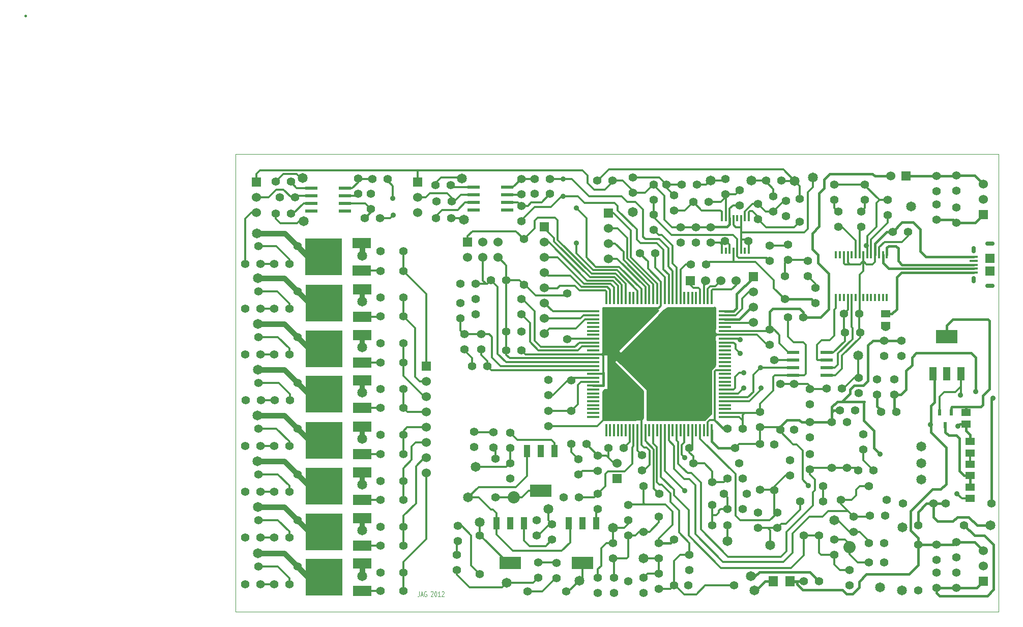
<source format=gtl>
G04 (created by PCBNEW-RS274X (2010-03-14)-final) date Mon 08 Apr 2013 11:15:34 AM EDT*
G01*
G70*
G90*
%MOIN*%
G04 Gerber Fmt 3.4, Leading zero omitted, Abs format*
%FSLAX34Y34*%
G04 APERTURE LIST*
%ADD10C,0.002000*%
%ADD11C,0.004200*%
%ADD12C,0.001000*%
%ADD13R,0.015700X0.039300*%
%ADD14C,0.055000*%
%ADD15R,0.060000X0.060000*%
%ADD16C,0.060000*%
%ADD17C,0.065000*%
%ADD18C,0.080000*%
%ADD19R,0.144000X0.080000*%
%ADD20R,0.040000X0.080000*%
%ADD21R,0.015000X0.080000*%
%ADD22R,0.080000X0.015000*%
%ADD23R,0.016000X0.050000*%
%ADD24R,0.120000X0.065000*%
%ADD25R,0.240000X0.240000*%
%ADD26R,0.078700X0.023600*%
%ADD27C,0.035000*%
%ADD28R,0.059000X0.051200*%
%ADD29R,0.063000X0.071000*%
%ADD30R,0.053100X0.015700*%
%ADD31O,0.029500X0.049200*%
%ADD32O,0.061000X0.027600*%
%ADD33R,0.061000X0.061000*%
%ADD34R,0.023600X0.039400*%
%ADD35R,0.048000X0.088000*%
%ADD36R,0.141700X0.086600*%
%ADD37C,0.015000*%
%ADD38C,0.012400*%
%ADD39C,0.035000*%
%ADD40C,0.032100*%
%ADD41C,0.010000*%
G04 APERTURE END LIST*
G54D10*
G54D11*
X25804Y-37721D02*
X25804Y-37971D01*
X25792Y-38021D01*
X25768Y-38054D01*
X25733Y-38071D01*
X25709Y-38071D01*
X25911Y-37971D02*
X26030Y-37971D01*
X25887Y-38071D02*
X25970Y-37721D01*
X26053Y-38071D01*
X26267Y-37737D02*
X26244Y-37721D01*
X26208Y-37721D01*
X26172Y-37737D01*
X26148Y-37771D01*
X26137Y-37804D01*
X26125Y-37871D01*
X26125Y-37921D01*
X26137Y-37987D01*
X26148Y-38021D01*
X26172Y-38054D01*
X26208Y-38071D01*
X26232Y-38071D01*
X26267Y-38054D01*
X26279Y-38037D01*
X26279Y-37921D01*
X26232Y-37921D01*
X26565Y-37754D02*
X26577Y-37737D01*
X26600Y-37721D01*
X26660Y-37721D01*
X26684Y-37737D01*
X26696Y-37754D01*
X26707Y-37787D01*
X26707Y-37821D01*
X26696Y-37871D01*
X26553Y-38071D01*
X26707Y-38071D01*
X26862Y-37721D02*
X26886Y-37721D01*
X26910Y-37737D01*
X26922Y-37754D01*
X26934Y-37787D01*
X26945Y-37854D01*
X26945Y-37937D01*
X26934Y-38004D01*
X26922Y-38037D01*
X26910Y-38054D01*
X26886Y-38071D01*
X26862Y-38071D01*
X26838Y-38054D01*
X26826Y-38037D01*
X26815Y-38004D01*
X26803Y-37937D01*
X26803Y-37854D01*
X26815Y-37787D01*
X26826Y-37754D01*
X26838Y-37737D01*
X26862Y-37721D01*
X27183Y-38071D02*
X27041Y-38071D01*
X27112Y-38071D02*
X27112Y-37721D01*
X27088Y-37771D01*
X27064Y-37804D01*
X27041Y-37821D01*
X27279Y-37754D02*
X27291Y-37737D01*
X27314Y-37721D01*
X27374Y-37721D01*
X27398Y-37737D01*
X27410Y-37754D01*
X27421Y-37787D01*
X27421Y-37821D01*
X27410Y-37871D01*
X27267Y-38071D01*
X27421Y-38071D01*
G54D12*
X13760Y-39080D02*
X13760Y-09080D01*
X63760Y-39080D02*
X13760Y-39080D01*
X63760Y-09080D02*
X63760Y-39080D01*
X13760Y-09080D02*
X63760Y-09080D01*
G54D13*
X45635Y-15412D03*
X45885Y-15412D03*
X46135Y-15412D03*
X46385Y-15412D03*
X46635Y-15412D03*
X46885Y-15412D03*
X47135Y-15412D03*
X47385Y-15412D03*
X47385Y-13248D03*
X47135Y-13248D03*
X46885Y-13248D03*
X46635Y-13248D03*
X46385Y-13248D03*
X46135Y-13248D03*
X45885Y-13248D03*
X45635Y-13248D03*
G54D14*
X50976Y-19769D03*
X49976Y-19769D03*
X59484Y-31972D03*
X57484Y-31972D03*
X59700Y-37510D03*
X59700Y-36510D03*
X61000Y-37500D03*
X61000Y-36500D03*
X61000Y-34500D03*
X61000Y-35500D03*
X59700Y-34670D03*
X59700Y-35670D03*
X54010Y-36330D03*
X54010Y-37330D03*
X55260Y-35830D03*
X56260Y-35830D03*
X55260Y-34580D03*
X56260Y-34580D03*
X55340Y-32780D03*
X56340Y-32780D03*
X54898Y-28417D03*
X54898Y-27417D03*
X51401Y-29744D03*
X51401Y-28744D03*
X54358Y-25878D03*
X53358Y-25878D03*
X51398Y-27634D03*
X51398Y-26634D03*
X48760Y-20580D03*
X48760Y-21580D03*
X48120Y-25970D03*
X48120Y-26970D03*
X46010Y-27080D03*
X47010Y-27080D03*
X50090Y-30130D03*
X50090Y-29130D03*
X48010Y-33580D03*
X48010Y-32580D03*
X46010Y-32330D03*
X47010Y-32330D03*
X47010Y-30330D03*
X46010Y-30330D03*
X43510Y-35330D03*
X43510Y-36330D03*
X40510Y-36830D03*
X40510Y-37830D03*
X38560Y-36830D03*
X38560Y-37830D03*
X37510Y-36830D03*
X37510Y-37830D03*
X40410Y-29800D03*
X40410Y-28800D03*
X34272Y-26882D03*
X34272Y-25882D03*
X34272Y-23868D03*
X34272Y-24868D03*
X35776Y-23894D03*
X35776Y-25894D03*
X29510Y-17580D03*
X28510Y-17580D03*
X28510Y-18830D03*
X28510Y-19830D03*
X32510Y-21930D03*
X31510Y-21930D03*
X29860Y-21880D03*
X29860Y-20880D03*
X28760Y-21880D03*
X28760Y-20880D03*
X40260Y-15580D03*
X41260Y-15580D03*
X43760Y-12200D03*
X44760Y-12200D03*
X48010Y-12330D03*
X48010Y-13330D03*
X53620Y-19520D03*
X54620Y-19520D03*
X53680Y-20750D03*
X54680Y-20750D03*
X57820Y-14160D03*
X56820Y-14160D03*
G54D15*
X28970Y-14840D03*
G54D16*
X28970Y-15840D03*
X29970Y-14840D03*
X29970Y-15840D03*
X30970Y-14840D03*
X30970Y-15840D03*
G54D15*
X34010Y-13830D03*
G54D16*
X34010Y-14830D03*
X34010Y-15830D03*
X34010Y-16830D03*
X34010Y-17830D03*
X34010Y-18830D03*
X34010Y-19830D03*
X34010Y-20830D03*
G54D15*
X38210Y-12920D03*
G54D16*
X38210Y-13920D03*
X38210Y-14920D03*
X38210Y-15920D03*
G54D15*
X26268Y-22965D03*
G54D16*
X26268Y-23965D03*
X26268Y-24965D03*
X26268Y-25965D03*
X26268Y-26965D03*
X26268Y-27965D03*
X26268Y-28965D03*
X26268Y-29965D03*
X62760Y-36080D03*
X62760Y-35080D03*
G54D15*
X62760Y-37080D03*
X47680Y-17090D03*
G54D16*
X47680Y-18090D03*
X47680Y-19090D03*
X47680Y-20090D03*
G54D15*
X43560Y-17350D03*
G54D16*
X44560Y-17350D03*
X45560Y-17350D03*
X46560Y-17350D03*
G54D15*
X38760Y-30330D03*
G54D16*
X38760Y-29330D03*
G54D17*
X39795Y-12850D03*
X51582Y-10602D03*
X47524Y-36740D03*
X22048Y-18720D03*
G54D14*
X40510Y-33830D03*
X40510Y-30830D03*
X56420Y-31730D03*
X53420Y-31730D03*
X55260Y-30830D03*
X52260Y-30830D03*
X49070Y-28090D03*
X49070Y-31090D03*
X48140Y-31080D03*
X48140Y-28080D03*
X46760Y-29330D03*
X43760Y-29330D03*
X43510Y-28330D03*
X46510Y-28330D03*
X39190Y-28330D03*
X38190Y-28330D03*
G54D17*
X54563Y-22272D03*
G54D14*
X39510Y-37080D03*
X39510Y-34080D03*
X43420Y-37340D03*
X46420Y-37340D03*
X42510Y-37330D03*
X42510Y-34330D03*
X58500Y-37660D03*
X58500Y-34660D03*
X52010Y-37080D03*
X52010Y-34080D03*
X51010Y-34080D03*
X51010Y-37080D03*
X56510Y-13080D03*
X56510Y-12080D03*
G54D17*
X34260Y-32330D03*
X29510Y-29580D03*
G54D18*
X32010Y-31580D03*
G54D19*
X33760Y-31130D03*
G54D20*
X33760Y-28530D03*
X32860Y-28530D03*
X34660Y-28530D03*
G54D14*
X29400Y-27250D03*
X29400Y-28250D03*
X31760Y-29330D03*
X31760Y-30330D03*
X31760Y-27330D03*
X31760Y-28330D03*
G54D19*
X31760Y-35880D03*
G54D20*
X31760Y-33280D03*
X30860Y-33280D03*
X32660Y-33280D03*
G54D19*
X36510Y-35880D03*
G54D20*
X36510Y-33280D03*
X35610Y-33280D03*
X37410Y-33280D03*
G54D14*
X37510Y-28830D03*
X37510Y-29830D03*
X35510Y-21200D03*
X35510Y-18200D03*
X28260Y-35330D03*
X28260Y-36330D03*
X33510Y-34080D03*
X33510Y-33080D03*
X34510Y-34330D03*
X34510Y-33330D03*
G54D17*
X29750Y-33200D03*
G54D14*
X24768Y-33490D03*
X23268Y-33490D03*
X24758Y-36490D03*
X23258Y-36490D03*
X23268Y-34730D03*
X24768Y-34730D03*
X23274Y-37689D03*
X24774Y-37689D03*
X37510Y-32330D03*
X37510Y-31330D03*
X36260Y-31580D03*
X35260Y-31580D03*
X51760Y-17830D03*
X51760Y-18830D03*
X48760Y-16080D03*
X48760Y-15080D03*
X48520Y-10810D03*
X49520Y-10810D03*
X43010Y-11080D03*
X44010Y-11080D03*
G54D17*
X31530Y-37170D03*
X29010Y-31580D03*
G54D14*
X52260Y-31830D03*
X50760Y-31830D03*
X45760Y-31330D03*
X47260Y-31330D03*
X45010Y-30580D03*
X45010Y-32080D03*
X32510Y-19580D03*
X29510Y-19580D03*
X32510Y-18580D03*
X29510Y-18580D03*
G54D21*
X44965Y-18505D03*
X44710Y-18505D03*
X44455Y-18505D03*
X44200Y-18505D03*
X43945Y-18505D03*
X43685Y-18505D03*
X43430Y-18505D03*
X43175Y-18505D03*
X42920Y-18505D03*
X42665Y-18505D03*
X42405Y-18505D03*
X42150Y-18505D03*
X41895Y-18505D03*
X41640Y-18505D03*
X41380Y-18505D03*
X41125Y-18505D03*
X40870Y-18505D03*
X40615Y-18505D03*
X40355Y-18505D03*
X40100Y-18505D03*
X39845Y-18505D03*
X39590Y-18505D03*
X39335Y-18505D03*
X39075Y-18505D03*
X38820Y-18505D03*
X38565Y-18505D03*
X38310Y-18505D03*
X38055Y-18505D03*
G54D22*
X37185Y-19375D03*
X37185Y-19630D03*
X37185Y-19885D03*
X37185Y-20140D03*
X37185Y-20395D03*
X37185Y-20655D03*
X37185Y-20910D03*
X37185Y-21165D03*
X37185Y-21420D03*
X37185Y-21675D03*
X37185Y-21935D03*
X37185Y-22190D03*
X37185Y-22445D03*
X37185Y-22700D03*
X37185Y-22960D03*
X37185Y-23215D03*
X37185Y-23470D03*
X37185Y-23725D03*
X37185Y-23985D03*
X37185Y-24240D03*
X37185Y-24495D03*
X37185Y-24750D03*
X37185Y-25005D03*
X37185Y-25265D03*
X37185Y-25520D03*
X37185Y-25775D03*
X37185Y-26030D03*
X37185Y-26285D03*
G54D21*
X38055Y-27155D03*
X38310Y-27155D03*
X38565Y-27155D03*
X38820Y-27155D03*
X39075Y-27155D03*
X39335Y-27155D03*
X39590Y-27155D03*
X39845Y-27155D03*
X40100Y-27155D03*
X40355Y-27155D03*
X40615Y-27155D03*
X40870Y-27155D03*
X41125Y-27155D03*
X41380Y-27155D03*
X41640Y-27155D03*
X41895Y-27155D03*
X42150Y-27155D03*
X42405Y-27155D03*
X42665Y-27155D03*
X42920Y-27155D03*
X43175Y-27155D03*
X43430Y-27155D03*
X43685Y-27155D03*
X43945Y-27155D03*
X44200Y-27155D03*
X44455Y-27155D03*
X44710Y-27155D03*
X44965Y-27155D03*
G54D22*
X45835Y-26285D03*
X45835Y-26030D03*
X45835Y-25775D03*
X45835Y-25520D03*
X45835Y-25265D03*
X45835Y-25005D03*
X45835Y-24750D03*
X45835Y-24495D03*
X45835Y-24240D03*
X45835Y-23985D03*
X45835Y-23725D03*
X45835Y-23470D03*
X45835Y-23215D03*
X45835Y-22960D03*
X45835Y-22700D03*
X45835Y-22445D03*
X45835Y-22190D03*
X45835Y-21935D03*
X45835Y-21675D03*
X45835Y-21420D03*
X45835Y-21165D03*
X45835Y-20910D03*
X45835Y-20655D03*
X45835Y-20395D03*
X45835Y-20140D03*
X45835Y-19885D03*
X45835Y-19630D03*
X45835Y-19375D03*
G54D14*
X50730Y-13500D03*
X50730Y-12000D03*
X49760Y-17080D03*
X49760Y-18580D03*
X23258Y-28730D03*
X24758Y-28730D03*
X23258Y-31730D03*
X24758Y-31730D03*
X24758Y-21450D03*
X23258Y-21450D03*
X24758Y-24460D03*
X23258Y-24460D03*
X24758Y-27460D03*
X23258Y-27460D03*
X24758Y-30500D03*
X23258Y-30500D03*
X23258Y-22730D03*
X24758Y-22730D03*
X23258Y-25710D03*
X24758Y-25710D03*
X24758Y-18470D03*
X23258Y-18470D03*
X23258Y-19710D03*
X24758Y-19710D03*
X24758Y-15420D03*
X23258Y-15420D03*
X23258Y-16730D03*
X24758Y-16730D03*
G54D17*
X22048Y-15720D03*
X63220Y-33398D03*
X46010Y-34430D03*
X57420Y-37660D03*
X38510Y-33580D03*
X48780Y-34690D03*
X40510Y-35580D03*
X47748Y-37677D03*
G54D18*
X54010Y-34830D03*
G54D17*
X55980Y-37480D03*
X53010Y-33080D03*
X57461Y-33516D03*
G54D14*
X42010Y-11080D03*
G54D17*
X44880Y-10810D03*
X50400Y-10830D03*
X36280Y-37020D03*
G54D14*
X30510Y-17330D03*
X31510Y-17330D03*
G54D17*
X58020Y-12510D03*
X47560Y-10810D03*
G54D23*
X53110Y-18480D03*
X53360Y-18480D03*
X53620Y-18480D03*
X53880Y-18480D03*
X54130Y-18480D03*
X54390Y-18480D03*
X54650Y-18480D03*
X54900Y-18480D03*
X55160Y-18480D03*
X55410Y-18480D03*
X55670Y-18480D03*
X55930Y-18480D03*
X56180Y-18480D03*
X56440Y-18480D03*
X56440Y-15680D03*
X56180Y-15680D03*
X55940Y-15680D03*
X55670Y-15680D03*
X55410Y-15680D03*
X55160Y-15680D03*
X54900Y-15680D03*
X54650Y-15680D03*
X54390Y-15680D03*
X54130Y-15680D03*
X53880Y-15680D03*
X53620Y-15680D03*
X53360Y-15680D03*
X53110Y-15680D03*
G54D14*
X29260Y-22950D03*
X30260Y-22950D03*
X36760Y-28080D03*
X35760Y-28080D03*
X55547Y-29795D03*
X54547Y-29795D03*
X49010Y-12830D03*
X49010Y-11830D03*
X42510Y-12780D03*
X42510Y-11780D03*
X45850Y-11700D03*
X45850Y-10700D03*
X39510Y-32080D03*
X39510Y-33080D03*
X49260Y-32580D03*
X49260Y-33580D03*
X38510Y-35580D03*
X38510Y-34580D03*
X46010Y-33410D03*
X45010Y-33410D03*
X41510Y-34580D03*
X41510Y-35580D03*
X41510Y-37580D03*
X41510Y-36580D03*
X54260Y-32830D03*
X54260Y-33830D03*
X53010Y-35330D03*
X53010Y-34330D03*
X33580Y-35840D03*
X33580Y-36840D03*
X53010Y-11080D03*
X53010Y-12080D03*
X55010Y-11080D03*
X55010Y-12080D03*
G54D24*
X22043Y-16695D03*
G54D25*
X19543Y-15795D03*
G54D24*
X22043Y-14895D03*
X22048Y-22730D03*
G54D25*
X19548Y-21830D03*
G54D24*
X22048Y-20930D03*
X22048Y-19730D03*
G54D25*
X19548Y-18830D03*
G54D24*
X22048Y-17930D03*
X22048Y-28730D03*
G54D25*
X19548Y-27830D03*
G54D24*
X22048Y-26930D03*
X22048Y-31730D03*
G54D25*
X19548Y-30830D03*
G54D24*
X22048Y-29930D03*
X22067Y-37687D03*
G54D25*
X19567Y-36787D03*
G54D24*
X22067Y-35887D03*
X22048Y-34730D03*
G54D25*
X19548Y-33830D03*
G54D24*
X22048Y-32930D03*
G54D14*
X31500Y-20700D03*
X32500Y-20700D03*
G54D15*
X57680Y-10500D03*
G54D16*
X56680Y-10500D03*
G54D14*
X32650Y-14632D03*
X32650Y-17632D03*
X44610Y-16290D03*
X43610Y-16290D03*
X41160Y-13020D03*
X41160Y-14020D03*
X41150Y-12060D03*
X41150Y-11060D03*
X15388Y-16250D03*
X14388Y-16250D03*
X15388Y-19200D03*
X14388Y-19200D03*
X15388Y-22200D03*
X14388Y-22200D03*
X15438Y-25200D03*
X14438Y-25200D03*
X15388Y-28200D03*
X14388Y-28200D03*
X15388Y-31200D03*
X14388Y-31200D03*
X15388Y-34200D03*
X14388Y-34200D03*
X15388Y-37250D03*
X14388Y-37250D03*
X38468Y-10807D03*
X37468Y-10807D03*
X39799Y-11587D03*
X39799Y-10587D03*
X59700Y-13360D03*
X59700Y-12360D03*
X59690Y-10500D03*
X59690Y-11500D03*
X60990Y-10480D03*
X60990Y-11480D03*
X61000Y-13580D03*
X61000Y-12580D03*
G54D16*
X62760Y-12040D03*
X62760Y-11040D03*
G54D15*
X62760Y-13040D03*
G54D24*
X22058Y-25710D03*
G54D25*
X19558Y-24810D03*
G54D24*
X22058Y-23910D03*
G54D14*
X43930Y-14860D03*
X43930Y-13860D03*
X44910Y-14860D03*
X44910Y-13860D03*
X42930Y-14860D03*
X42930Y-13860D03*
X36240Y-30070D03*
X36240Y-29070D03*
X30650Y-27300D03*
X30650Y-28300D03*
X28320Y-34430D03*
X28320Y-33430D03*
X34790Y-35880D03*
X34790Y-36880D03*
X16288Y-16250D03*
X17288Y-16250D03*
X16288Y-19200D03*
X17288Y-19200D03*
X16338Y-25200D03*
X17338Y-25200D03*
X16288Y-22200D03*
X17288Y-22200D03*
X16288Y-31200D03*
X17288Y-31200D03*
X16288Y-28200D03*
X17288Y-28200D03*
X16288Y-37250D03*
X17288Y-37250D03*
X16288Y-34200D03*
X17288Y-34200D03*
X49960Y-16000D03*
X49960Y-15000D03*
X51260Y-16080D03*
X51260Y-17080D03*
X54760Y-12840D03*
X54760Y-13840D03*
X53260Y-12840D03*
X53260Y-13840D03*
X60295Y-31976D03*
X63295Y-31976D03*
X58488Y-33382D03*
X61488Y-33382D03*
G54D17*
X22048Y-27720D03*
X22048Y-30720D03*
X22048Y-33720D03*
X22048Y-36720D03*
X22058Y-24700D03*
X22048Y-21720D03*
G54D14*
X51390Y-24470D03*
X51390Y-25470D03*
X54580Y-23740D03*
X54580Y-24740D03*
X50370Y-27130D03*
X50370Y-24130D03*
X49450Y-24130D03*
X49450Y-27130D03*
X52500Y-24420D03*
X53500Y-24420D03*
G54D26*
X50280Y-22070D03*
X50280Y-22570D03*
X50280Y-23070D03*
X50280Y-23570D03*
X52480Y-23570D03*
X52480Y-23070D03*
X52480Y-22570D03*
X52480Y-22070D03*
G54D14*
X53831Y-26638D03*
X53831Y-29638D03*
X52838Y-29634D03*
X52838Y-26634D03*
X15263Y-15100D03*
X17813Y-15100D03*
X15263Y-18050D03*
X17813Y-18050D03*
X15263Y-21050D03*
X17813Y-21050D03*
X15263Y-24050D03*
X17813Y-24050D03*
X15263Y-27050D03*
X17813Y-27050D03*
X15263Y-30050D03*
X17813Y-30050D03*
X32895Y-37730D03*
X35445Y-37730D03*
X15263Y-33050D03*
X17813Y-33050D03*
X15263Y-36100D03*
X17813Y-36100D03*
X29760Y-36605D03*
X29760Y-34055D03*
X30800Y-29025D03*
X30800Y-31575D03*
X49840Y-12140D03*
X49840Y-13140D03*
X46810Y-11420D03*
X46810Y-12420D03*
G54D27*
X46838Y-21232D03*
X46842Y-22142D03*
X43200Y-31130D03*
G54D28*
X56358Y-19546D03*
X56358Y-20296D03*
G54D14*
X56272Y-22283D03*
X56272Y-21283D03*
X55807Y-24827D03*
X55807Y-23827D03*
X56925Y-24835D03*
X56925Y-23835D03*
X57386Y-22283D03*
X57386Y-21283D03*
X26941Y-12165D03*
X27941Y-12165D03*
X57063Y-25980D03*
X56063Y-25980D03*
X26862Y-11102D03*
X27862Y-11102D03*
X26882Y-13248D03*
X27882Y-13248D03*
X32480Y-10681D03*
X32480Y-11681D03*
X33378Y-11673D03*
X34378Y-11673D03*
X34378Y-10689D03*
X33378Y-10689D03*
X32480Y-13453D03*
X32480Y-12453D03*
G54D15*
X25709Y-10890D03*
G54D16*
X25709Y-11890D03*
X25709Y-12890D03*
G54D26*
X31553Y-12738D03*
X31553Y-12238D03*
X31553Y-11738D03*
X31553Y-11238D03*
X29353Y-11238D03*
X29353Y-11738D03*
X29353Y-12238D03*
X29353Y-12738D03*
G54D17*
X15228Y-35240D03*
X15228Y-32213D03*
X15197Y-29213D03*
X15197Y-26213D03*
X15244Y-23213D03*
X15213Y-20209D03*
X15213Y-17209D03*
X15173Y-14268D03*
G54D27*
X35236Y-10689D03*
X35236Y-11831D03*
G54D14*
X16646Y-11909D03*
X17646Y-11909D03*
X23713Y-10709D03*
X22713Y-10709D03*
X23244Y-13268D03*
X22244Y-13268D03*
X21791Y-10661D03*
X21791Y-11661D03*
X22630Y-11673D03*
X22630Y-12673D03*
X16390Y-10866D03*
X17390Y-10866D03*
X17390Y-12972D03*
X16390Y-12972D03*
G54D15*
X15118Y-10909D03*
G54D16*
X15118Y-11909D03*
X15118Y-12909D03*
G54D26*
X20923Y-12797D03*
X20923Y-12297D03*
X20923Y-11797D03*
X20923Y-11297D03*
X18723Y-11297D03*
X18723Y-11797D03*
X18723Y-12297D03*
X18723Y-12797D03*
G54D17*
X18177Y-10646D03*
X18220Y-13476D03*
X28602Y-10650D03*
X28720Y-13366D03*
G54D27*
X24071Y-11953D03*
X24091Y-13079D03*
G54D17*
X58701Y-30413D03*
X58701Y-29331D03*
X58701Y-28228D03*
G54D27*
X47050Y-23400D03*
X47050Y-24400D03*
X48150Y-23070D03*
X48210Y-24410D03*
X36100Y-12600D03*
X36080Y-14900D03*
G54D29*
X50081Y-37079D03*
X48981Y-37079D03*
G54D30*
X62126Y-16828D03*
X62126Y-16571D03*
X62126Y-16315D03*
X62126Y-16059D03*
X62126Y-15803D03*
G54D31*
X62126Y-17299D03*
X62126Y-15331D03*
G54D32*
X63189Y-17693D03*
X63189Y-14937D03*
G54D33*
X63189Y-16719D03*
X63189Y-15911D03*
G54D34*
X60647Y-25989D03*
X60272Y-26821D03*
X59897Y-25989D03*
G54D28*
X61886Y-29392D03*
X61886Y-30142D03*
X61634Y-26753D03*
X61634Y-26003D03*
X61886Y-30892D03*
X61886Y-31642D03*
X61886Y-27912D03*
X61886Y-28662D03*
G54D35*
X59464Y-23476D03*
X60374Y-23476D03*
X61284Y-23476D03*
G54D36*
X60374Y-21036D03*
G54D14*
X41510Y-32830D03*
X41516Y-31339D03*
G54D27*
X55083Y-15071D03*
G54D14*
X56358Y-20394D03*
X49070Y-22570D03*
G54D27*
X43209Y-28949D03*
X61248Y-24878D03*
X61024Y-31319D03*
G54D14*
X47350Y-14780D03*
X45830Y-14780D03*
G54D27*
X59311Y-26807D03*
X61090Y-26898D03*
X55980Y-28728D03*
X51311Y-30795D03*
X63398Y-25059D03*
X62252Y-24630D03*
G54D37*
X00000Y00000D02*
X00000Y00000D01*
G54D38*
X39335Y-18505D02*
X39335Y-17575D01*
X33360Y-13922D02*
X32650Y-14632D01*
X33360Y-13420D02*
X33360Y-13922D01*
X33560Y-13220D02*
X33360Y-13420D01*
X34680Y-13220D02*
X33560Y-13220D01*
X34870Y-13410D02*
X34680Y-13220D01*
X34870Y-14690D02*
X34870Y-13410D01*
X37090Y-16910D02*
X34870Y-14690D01*
X38670Y-16910D02*
X37090Y-16910D01*
X39335Y-17575D02*
X38670Y-16910D01*
X28970Y-14840D02*
X28970Y-14440D01*
X32138Y-14120D02*
X32650Y-14632D01*
X29290Y-14120D02*
X32138Y-14120D01*
X28970Y-14440D02*
X29290Y-14120D01*
X41125Y-27155D02*
X41125Y-28035D01*
X41125Y-28035D02*
X41370Y-28280D01*
X41370Y-28280D02*
X41370Y-30580D01*
X41370Y-30580D02*
X41530Y-30740D01*
X41530Y-30740D02*
X41700Y-30740D01*
X41700Y-30740D02*
X42250Y-31290D01*
X42250Y-31290D02*
X42250Y-31850D01*
X42250Y-31850D02*
X42820Y-32420D01*
X42820Y-32420D02*
X42820Y-33880D01*
X42820Y-33880D02*
X43510Y-34570D01*
X43510Y-34570D02*
X43510Y-35330D01*
X42510Y-37330D02*
X42570Y-37330D01*
X44540Y-37340D02*
X46420Y-37340D01*
X43950Y-37930D02*
X44540Y-37340D01*
X43170Y-37930D02*
X43950Y-37930D01*
X42570Y-37330D02*
X43170Y-37930D01*
X41510Y-37580D02*
X42260Y-37580D01*
X42260Y-37580D02*
X42510Y-37330D01*
X43510Y-35330D02*
X42910Y-35330D01*
X42510Y-35730D02*
X42510Y-37330D01*
X42910Y-35330D02*
X42510Y-35730D01*
X40100Y-18505D02*
X40100Y-18020D01*
X40100Y-18020D02*
X38760Y-16680D01*
X38760Y-16680D02*
X37190Y-16680D01*
X37190Y-16680D02*
X36080Y-15570D01*
X36080Y-15570D02*
X36080Y-14900D01*
X34260Y-32330D02*
X34260Y-33080D01*
X34260Y-33080D02*
X34510Y-33330D01*
X33510Y-34080D02*
X33580Y-34080D01*
X34330Y-33330D02*
X34510Y-33330D01*
X33580Y-34080D02*
X34330Y-33330D01*
X39845Y-27155D02*
X39845Y-28205D01*
X39845Y-28205D02*
X39760Y-28290D01*
X39760Y-28290D02*
X39760Y-29360D01*
X39760Y-29360D02*
X39260Y-29860D01*
X39260Y-29860D02*
X38170Y-29860D01*
X38170Y-29860D02*
X38010Y-30020D01*
X38010Y-30020D02*
X38010Y-30830D01*
X38010Y-30830D02*
X37510Y-31330D01*
X36260Y-31580D02*
X37260Y-31580D01*
X37260Y-31580D02*
X37510Y-31330D01*
X40510Y-33830D02*
X40890Y-33830D01*
X41510Y-33210D02*
X40890Y-33830D01*
X41510Y-32830D02*
X41510Y-33210D01*
X41193Y-31013D02*
X41174Y-30994D01*
X41193Y-31016D02*
X41193Y-31013D01*
X41516Y-31339D02*
X41193Y-31016D01*
X40615Y-27155D02*
X40615Y-27865D01*
X41174Y-28424D02*
X41174Y-30994D01*
X40615Y-27865D02*
X41174Y-28424D01*
X41174Y-30994D02*
X41510Y-31330D01*
X38560Y-36830D02*
X38560Y-35630D01*
X38560Y-35630D02*
X38510Y-35580D01*
X38510Y-35580D02*
X39380Y-35580D01*
X39500Y-34090D02*
X39510Y-34080D01*
X39500Y-35460D02*
X39500Y-34090D01*
X39380Y-35580D02*
X39500Y-35460D01*
X39510Y-34080D02*
X39950Y-34080D01*
X39950Y-34080D02*
X40200Y-33830D01*
X40200Y-33830D02*
X40510Y-33830D01*
X41380Y-18505D02*
X41380Y-17550D01*
X38530Y-12920D02*
X38210Y-12920D01*
X39660Y-14050D02*
X38530Y-12920D01*
X39660Y-15830D02*
X39660Y-14050D01*
X41380Y-17550D02*
X39660Y-15830D01*
X41125Y-18505D02*
X41125Y-17605D01*
X38790Y-13920D02*
X38210Y-13920D01*
X39420Y-14550D02*
X38790Y-13920D01*
X39420Y-15900D02*
X39420Y-14550D01*
X41125Y-17605D02*
X39420Y-15900D01*
X40870Y-18505D02*
X40870Y-17690D01*
X38630Y-14920D02*
X38210Y-14920D01*
X39180Y-15470D02*
X38630Y-14920D01*
X39180Y-16000D02*
X39180Y-15470D01*
X40870Y-17690D02*
X39180Y-16000D01*
X40615Y-18505D02*
X40615Y-17775D01*
X38760Y-15920D02*
X38210Y-15920D01*
X40615Y-17775D02*
X38760Y-15920D01*
X39075Y-18505D02*
X39075Y-17625D01*
X34010Y-13940D02*
X34010Y-13830D01*
X34640Y-14570D02*
X34010Y-13940D01*
X34640Y-14790D02*
X34640Y-14570D01*
X36980Y-17130D02*
X34640Y-14790D01*
X38580Y-17130D02*
X36980Y-17130D01*
X39075Y-17625D02*
X38580Y-17130D01*
X38820Y-18505D02*
X38820Y-17692D01*
X36812Y-17352D02*
X34290Y-14830D01*
X38480Y-17352D02*
X36812Y-17352D01*
X38820Y-17692D02*
X38480Y-17352D01*
X34290Y-14830D02*
X34010Y-14830D01*
X38565Y-18505D02*
X38565Y-17805D01*
X38565Y-17805D02*
X38314Y-17554D01*
X36584Y-17554D02*
X34860Y-15830D01*
X38314Y-17554D02*
X36584Y-17554D01*
X34860Y-15830D02*
X34010Y-15830D01*
X38310Y-18505D02*
X38310Y-17960D01*
X38310Y-17960D02*
X38128Y-17778D01*
X34223Y-17043D02*
X34010Y-16830D01*
X35696Y-17043D02*
X34223Y-17043D01*
X35955Y-17302D02*
X35696Y-17043D01*
X36431Y-17778D02*
X35955Y-17302D01*
X38128Y-17778D02*
X36431Y-17778D01*
X38055Y-18505D02*
X38055Y-18061D01*
X34028Y-17848D02*
X34010Y-17830D01*
X34849Y-17848D02*
X34028Y-17848D01*
X35007Y-17690D02*
X34849Y-17848D01*
X36002Y-17690D02*
X35007Y-17690D01*
X36306Y-17994D02*
X36002Y-17690D01*
X37988Y-17994D02*
X36306Y-17994D01*
X38055Y-18061D02*
X37988Y-17994D01*
X37185Y-19375D02*
X34549Y-19375D01*
X34010Y-18836D02*
X34010Y-18830D01*
X34549Y-19375D02*
X34010Y-18836D01*
X37185Y-19630D02*
X36550Y-19630D01*
X36550Y-19630D02*
X36350Y-19830D01*
X36350Y-19830D02*
X34010Y-19830D01*
X37185Y-19885D02*
X36665Y-19885D01*
X36665Y-19885D02*
X36050Y-20500D01*
X36050Y-20500D02*
X34340Y-20500D01*
X34340Y-20500D02*
X34010Y-20830D01*
X41895Y-27155D02*
X41895Y-29825D01*
X41895Y-29825D02*
X43200Y-31130D01*
X51390Y-24470D02*
X52450Y-24470D01*
X52450Y-24470D02*
X52500Y-24420D01*
X50370Y-24130D02*
X51250Y-24130D01*
X51390Y-24270D02*
X51390Y-24470D01*
X51250Y-24130D02*
X51390Y-24270D01*
X49450Y-24130D02*
X50370Y-24130D01*
X53831Y-29638D02*
X54390Y-29638D01*
X54390Y-29638D02*
X54547Y-29795D01*
X51590Y-31510D02*
X51590Y-31237D01*
X51401Y-30078D02*
X51401Y-29744D01*
X51728Y-30405D02*
X51401Y-30078D01*
X51728Y-31099D02*
X51728Y-30405D01*
X51590Y-31237D02*
X51728Y-31099D01*
X52838Y-29634D02*
X51511Y-29634D01*
X51511Y-29634D02*
X51401Y-29744D01*
X53831Y-29638D02*
X52842Y-29638D01*
X52842Y-29638D02*
X52838Y-29634D01*
X42665Y-27155D02*
X42665Y-27846D01*
X43012Y-29614D02*
X43012Y-29612D01*
X42764Y-29366D02*
X43012Y-29614D01*
X42764Y-27945D02*
X42764Y-29366D01*
X42665Y-27846D02*
X42764Y-27945D01*
X51325Y-32355D02*
X51590Y-32090D01*
X51590Y-32090D02*
X51590Y-31510D01*
X43012Y-29612D02*
X43380Y-29980D01*
X43380Y-29980D02*
X43640Y-29980D01*
X43640Y-29980D02*
X44250Y-30590D01*
X44250Y-30590D02*
X44250Y-33680D01*
X44250Y-33680D02*
X46030Y-35460D01*
X46030Y-35460D02*
X49510Y-35460D01*
X49510Y-35460D02*
X49860Y-35110D01*
X49860Y-35110D02*
X49860Y-33820D01*
X49860Y-33820D02*
X51325Y-32355D01*
X40355Y-18505D02*
X40355Y-17895D01*
X36760Y-13260D02*
X36100Y-12600D01*
X36760Y-15840D02*
X36760Y-13260D01*
X37370Y-16450D02*
X36760Y-15840D01*
X38910Y-16450D02*
X37370Y-16450D01*
X40355Y-17895D02*
X38910Y-16450D01*
X37185Y-22700D02*
X31480Y-22700D01*
X31480Y-22700D02*
X30930Y-22150D01*
X30930Y-22150D02*
X30930Y-17750D01*
X30930Y-17750D02*
X30510Y-17330D01*
X29970Y-15840D02*
X29970Y-17350D01*
X29970Y-17350D02*
X30200Y-17580D01*
X29510Y-17580D02*
X30200Y-17580D01*
X30200Y-17580D02*
X30260Y-17580D01*
X30260Y-17580D02*
X30510Y-17330D01*
X42410Y-16230D02*
X42410Y-15070D01*
X41510Y-14370D02*
X41160Y-14020D01*
X41710Y-14370D02*
X41510Y-14370D01*
X42410Y-15070D02*
X41710Y-14370D01*
X42665Y-16485D02*
X42410Y-16230D01*
X42665Y-18505D02*
X42665Y-16485D01*
X55160Y-15148D02*
X55160Y-15680D01*
X55083Y-15071D02*
X55160Y-15148D01*
X56358Y-20394D02*
X56358Y-20296D01*
X52480Y-22070D02*
X52930Y-22070D01*
X53680Y-21320D02*
X53680Y-20750D01*
X52930Y-22070D02*
X53680Y-21320D01*
X53880Y-18480D02*
X53880Y-19260D01*
X53880Y-19260D02*
X53620Y-19520D01*
X55160Y-15680D02*
X55160Y-14440D01*
X55770Y-12270D02*
X55960Y-12080D01*
X55770Y-13830D02*
X55770Y-12270D01*
X55160Y-14440D02*
X55770Y-13830D01*
X55960Y-12080D02*
X56510Y-12080D01*
X55010Y-11080D02*
X55010Y-11130D01*
X55010Y-11130D02*
X55960Y-12080D01*
X55960Y-12080D02*
X56510Y-12080D01*
X53010Y-11080D02*
X55010Y-11080D01*
X53620Y-19520D02*
X53620Y-20690D01*
X53620Y-20690D02*
X53680Y-20750D01*
G54D37*
X56820Y-14160D02*
X56820Y-14149D01*
X58992Y-15803D02*
X62126Y-15803D01*
X58626Y-15437D02*
X58992Y-15803D01*
X58626Y-14004D02*
X58626Y-15437D01*
X58157Y-13535D02*
X58626Y-14004D01*
X57434Y-13535D02*
X58157Y-13535D01*
X56820Y-14149D02*
X57434Y-13535D01*
X55670Y-15680D02*
X55670Y-14924D01*
X56434Y-14160D02*
X56820Y-14160D01*
X55670Y-14924D02*
X56434Y-14160D01*
G54D38*
X52480Y-23570D02*
X53067Y-23570D01*
X54680Y-21100D02*
X54680Y-20750D01*
X53500Y-22280D02*
X54680Y-21100D01*
X53500Y-23137D02*
X53500Y-22280D01*
X53067Y-23570D02*
X53500Y-23137D01*
X54650Y-18480D02*
X54650Y-19490D01*
X54650Y-19490D02*
X54620Y-19520D01*
X55670Y-15680D02*
X55670Y-16130D01*
X55670Y-16130D02*
X55510Y-16290D01*
X55510Y-16290D02*
X55110Y-16290D01*
X55110Y-16290D02*
X54900Y-16080D01*
X54900Y-16080D02*
X54900Y-15680D01*
X53620Y-15680D02*
X53620Y-16220D01*
X53620Y-16220D02*
X53690Y-16290D01*
X53690Y-16290D02*
X54690Y-16290D01*
X54690Y-16290D02*
X54900Y-16080D01*
X54900Y-16080D02*
X54900Y-15680D01*
X53880Y-15680D02*
X53880Y-16180D01*
X53880Y-16180D02*
X53990Y-16290D01*
X53990Y-16290D02*
X54690Y-16290D01*
X54690Y-16290D02*
X54900Y-16080D01*
X54900Y-16080D02*
X54900Y-15680D01*
X54650Y-18480D02*
X54650Y-16970D01*
X54650Y-16970D02*
X54900Y-16720D01*
X54900Y-16720D02*
X54900Y-15680D01*
X54620Y-19520D02*
X54620Y-20690D01*
X54620Y-20690D02*
X54680Y-20750D01*
G54D37*
X62126Y-16315D02*
X57441Y-16315D01*
X57189Y-15244D02*
X57032Y-15087D01*
X57189Y-16063D02*
X57189Y-15244D01*
X57441Y-16315D02*
X57189Y-16063D01*
X56440Y-15680D02*
X56440Y-15209D01*
X56562Y-15087D02*
X57032Y-15087D01*
X56440Y-15209D02*
X56562Y-15087D01*
X56180Y-15680D02*
X56180Y-16188D01*
X56563Y-16571D02*
X62126Y-16571D01*
X56180Y-16188D02*
X56563Y-16571D01*
G54D38*
X50280Y-22570D02*
X49070Y-22570D01*
X45835Y-25265D02*
X47445Y-25265D01*
X48210Y-24500D02*
X48210Y-24410D01*
X47445Y-25265D02*
X48210Y-24500D01*
X50280Y-23070D02*
X48150Y-23070D01*
X45835Y-25005D02*
X47325Y-25005D01*
X47680Y-23540D02*
X48150Y-23070D01*
X47680Y-24650D02*
X47680Y-23540D01*
X47325Y-25005D02*
X47680Y-24650D01*
G54D37*
X62126Y-16828D02*
X57388Y-16828D01*
X56773Y-19546D02*
X56358Y-19546D01*
X57090Y-19229D02*
X56773Y-19546D01*
X57090Y-17126D02*
X57090Y-19229D01*
X57388Y-16828D02*
X57090Y-17126D01*
G54D39*
X15173Y-14268D02*
X16981Y-14268D01*
X16981Y-14268D02*
X17813Y-15100D01*
X19543Y-15795D02*
X18508Y-15795D01*
X18508Y-15795D02*
X17813Y-15100D01*
X15213Y-17209D02*
X16972Y-17209D01*
X16972Y-17209D02*
X17813Y-18050D01*
X19548Y-18830D02*
X18593Y-18830D01*
X18593Y-18830D02*
X17813Y-18050D01*
X15213Y-20209D02*
X16972Y-20209D01*
X16972Y-20209D02*
X17813Y-21050D01*
X19548Y-21830D02*
X18593Y-21830D01*
X18593Y-21830D02*
X17813Y-21050D01*
X15244Y-23213D02*
X16976Y-23213D01*
X16976Y-23213D02*
X17813Y-24050D01*
X19558Y-24810D02*
X18573Y-24810D01*
X18573Y-24810D02*
X17813Y-24050D01*
X15197Y-26213D02*
X16976Y-26213D01*
X16976Y-26213D02*
X17813Y-27050D01*
X19548Y-27830D02*
X18593Y-27830D01*
X18593Y-27830D02*
X17813Y-27050D01*
X15197Y-29213D02*
X16976Y-29213D01*
X16976Y-29213D02*
X17813Y-30050D01*
X19548Y-30830D02*
X18593Y-30830D01*
X18593Y-30830D02*
X17813Y-30050D01*
X15228Y-32213D02*
X16976Y-32213D01*
X16976Y-32213D02*
X17813Y-33050D01*
X19548Y-33830D02*
X18593Y-33830D01*
X18593Y-33830D02*
X17813Y-33050D01*
X15228Y-35240D02*
X16953Y-35240D01*
X16953Y-35240D02*
X17813Y-36100D01*
X19567Y-36787D02*
X18500Y-36787D01*
X18500Y-36787D02*
X17813Y-36100D01*
X22048Y-15720D02*
X22048Y-14900D01*
X22048Y-14900D02*
X22043Y-14895D01*
G54D40*
X22048Y-17930D02*
X22048Y-18720D01*
G54D38*
X26268Y-22965D02*
X26268Y-18240D01*
X26268Y-18240D02*
X24758Y-16730D01*
X24758Y-15420D02*
X24758Y-16730D01*
X26268Y-23965D02*
X25816Y-23965D01*
X25520Y-20472D02*
X24758Y-19710D01*
X25520Y-23669D02*
X25520Y-20472D01*
X25816Y-23965D02*
X25520Y-23669D01*
X24758Y-18470D02*
X24758Y-19710D01*
X26268Y-24965D02*
X26135Y-24965D01*
X24758Y-23588D02*
X24758Y-22730D01*
X26135Y-24965D02*
X24758Y-23588D01*
X24758Y-21450D02*
X24758Y-22730D01*
X26268Y-25965D02*
X25013Y-25965D01*
X25013Y-25965D02*
X24758Y-25710D01*
X24758Y-24460D02*
X24758Y-25710D01*
X26268Y-26965D02*
X25011Y-26965D01*
X24758Y-27218D02*
X24758Y-27460D01*
X25011Y-26965D02*
X24758Y-27218D01*
X24758Y-27460D02*
X24758Y-28730D01*
X26268Y-27965D02*
X25555Y-27965D01*
X24758Y-29656D02*
X24758Y-30500D01*
X25303Y-29111D02*
X24758Y-29656D01*
X25303Y-28217D02*
X25303Y-29111D01*
X25555Y-27965D02*
X25303Y-28217D01*
X24758Y-30500D02*
X24758Y-31730D01*
X26268Y-28965D02*
X26145Y-28965D01*
X24768Y-32771D02*
X24768Y-33490D01*
X25591Y-31948D02*
X24768Y-32771D01*
X25591Y-29519D02*
X25591Y-31948D01*
X26145Y-28965D02*
X25591Y-29519D01*
X24768Y-33490D02*
X24768Y-34730D01*
X26268Y-29965D02*
X26268Y-34299D01*
X24758Y-35809D02*
X24758Y-36490D01*
X26268Y-34299D02*
X24758Y-35809D01*
X24758Y-36490D02*
X24758Y-37673D01*
X24758Y-37673D02*
X24774Y-37689D01*
G54D40*
X22048Y-20930D02*
X22048Y-21720D01*
X22058Y-23910D02*
X22058Y-24700D01*
G54D39*
X22067Y-35887D02*
X22067Y-36701D01*
X22067Y-36701D02*
X22048Y-36720D01*
G54D40*
X22048Y-32930D02*
X22048Y-33720D01*
X22048Y-29930D02*
X22048Y-30720D01*
X22048Y-26930D02*
X22048Y-27720D01*
G54D38*
X41640Y-27155D02*
X41640Y-30220D01*
X41640Y-30220D02*
X42480Y-31060D01*
X42480Y-31060D02*
X42480Y-31440D01*
X42480Y-31440D02*
X43450Y-32410D01*
X43450Y-32410D02*
X43450Y-34080D01*
X43450Y-34080D02*
X45570Y-36200D01*
X45570Y-36200D02*
X50160Y-36200D01*
X50160Y-36200D02*
X51010Y-35350D01*
X51010Y-35350D02*
X51010Y-34080D01*
X52010Y-34080D02*
X51010Y-34080D01*
X53010Y-35330D02*
X52140Y-35330D01*
X52010Y-35200D02*
X52010Y-34080D01*
X52140Y-35330D02*
X52010Y-35200D01*
X54010Y-36330D02*
X53360Y-36330D01*
X53010Y-35980D02*
X53010Y-35330D01*
X53360Y-36330D02*
X53010Y-35980D01*
X42150Y-27155D02*
X42150Y-27840D01*
X42150Y-27840D02*
X42504Y-28194D01*
X43900Y-30756D02*
X43900Y-33980D01*
X43494Y-30350D02*
X43900Y-30756D01*
X43172Y-30350D02*
X43494Y-30350D01*
X42504Y-29682D02*
X43172Y-30350D01*
X42504Y-28194D02*
X42504Y-29682D01*
X43900Y-33980D02*
X45710Y-35790D01*
X45710Y-35790D02*
X49660Y-35790D01*
X49660Y-35790D02*
X50260Y-35190D01*
X50260Y-35190D02*
X50260Y-33940D01*
X50260Y-33940D02*
X51360Y-32840D01*
X51360Y-32840D02*
X52240Y-32840D01*
X52240Y-32840D02*
X52610Y-32470D01*
X52610Y-32470D02*
X53890Y-32470D01*
X53890Y-32470D02*
X54250Y-32830D01*
X54250Y-32830D02*
X54260Y-32830D01*
X54260Y-32830D02*
X55290Y-32830D01*
X55290Y-32830D02*
X55340Y-32780D01*
X54260Y-32830D02*
X54250Y-32830D01*
X53420Y-32000D02*
X53420Y-31730D01*
X54250Y-32830D02*
X53420Y-32000D01*
X55260Y-30830D02*
X54660Y-30830D01*
X54660Y-30830D02*
X54440Y-31050D01*
X54440Y-31050D02*
X54440Y-31430D01*
X54440Y-31430D02*
X54140Y-31730D01*
X54140Y-31730D02*
X53420Y-31730D01*
X54563Y-22272D02*
X54563Y-23723D01*
X54563Y-23723D02*
X54580Y-23740D01*
X53500Y-24420D02*
X53610Y-24420D01*
X54290Y-23740D02*
X54580Y-23740D01*
X53610Y-24420D02*
X54290Y-23740D01*
G54D37*
X56063Y-25980D02*
X56063Y-25842D01*
X55807Y-25586D02*
X55807Y-24827D01*
X56063Y-25842D02*
X55807Y-25586D01*
G54D38*
X43175Y-27959D02*
X43008Y-28126D01*
X43008Y-28126D02*
X43008Y-28748D01*
X43008Y-28748D02*
X43209Y-28949D01*
X43175Y-27155D02*
X43175Y-27959D01*
X50760Y-31830D02*
X50760Y-32360D01*
X49540Y-33300D02*
X49260Y-33580D01*
X49820Y-33300D02*
X49540Y-33300D01*
X50760Y-32360D02*
X49820Y-33300D01*
X48780Y-34690D02*
X48780Y-33720D01*
X48780Y-33720D02*
X48640Y-33580D01*
X48010Y-33580D02*
X48640Y-33580D01*
X48640Y-33580D02*
X49260Y-33580D01*
X37510Y-36830D02*
X37510Y-36270D01*
X38050Y-34580D02*
X38510Y-34580D01*
X37730Y-34900D02*
X38050Y-34580D01*
X37730Y-36050D02*
X37730Y-34900D01*
X37510Y-36270D02*
X37730Y-36050D01*
X38510Y-33580D02*
X39240Y-33580D01*
X39510Y-33310D02*
X39510Y-33080D01*
X39240Y-33580D02*
X39510Y-33310D01*
X38510Y-33580D02*
X38510Y-34580D01*
X49070Y-31090D02*
X49070Y-32390D01*
X49070Y-32390D02*
X49260Y-32580D01*
X49070Y-31090D02*
X49070Y-30860D01*
X49800Y-30130D02*
X50090Y-30130D01*
X49070Y-30860D02*
X49800Y-30130D01*
X48140Y-31080D02*
X49060Y-31080D01*
X49060Y-31080D02*
X49070Y-31090D01*
X44200Y-27155D02*
X44200Y-27720D01*
X49260Y-32586D02*
X49260Y-32580D01*
X48773Y-33073D02*
X49260Y-32586D01*
X46833Y-33073D02*
X48773Y-33073D01*
X46520Y-32760D02*
X46833Y-33073D01*
X46520Y-30040D02*
X46520Y-32760D01*
X44200Y-27720D02*
X46520Y-30040D01*
X41510Y-36580D02*
X40760Y-36580D01*
X40760Y-36580D02*
X40510Y-36830D01*
X41510Y-35580D02*
X41510Y-36580D01*
X40510Y-35580D02*
X41510Y-35580D01*
X53010Y-33080D02*
X53230Y-33080D01*
X53230Y-33080D02*
X53980Y-33830D01*
X54260Y-33830D02*
X54660Y-33830D01*
X55260Y-34430D02*
X55260Y-34580D01*
X54660Y-33830D02*
X55260Y-34430D01*
X53980Y-33830D02*
X54260Y-33830D01*
X55260Y-35830D02*
X54540Y-35830D01*
X54010Y-35300D02*
X54010Y-34830D01*
X54540Y-35830D02*
X54010Y-35300D01*
X53010Y-34330D02*
X53700Y-34330D01*
X54010Y-34640D02*
X54010Y-34830D01*
X53700Y-34330D02*
X54010Y-34640D01*
X43685Y-27155D02*
X43685Y-28155D01*
X43685Y-28155D02*
X43510Y-28330D01*
X43510Y-28330D02*
X43510Y-28620D01*
X43760Y-28870D02*
X43760Y-29330D01*
X43510Y-28620D02*
X43760Y-28870D01*
X45010Y-30580D02*
X45010Y-29860D01*
X45010Y-29860D02*
X44480Y-29330D01*
X44480Y-29330D02*
X43760Y-29330D01*
X45010Y-30580D02*
X45760Y-30580D01*
X45760Y-30580D02*
X46010Y-30330D01*
X46010Y-34430D02*
X46010Y-33410D01*
X61284Y-23476D02*
X61284Y-24842D01*
X61284Y-24842D02*
X61248Y-24878D01*
X59897Y-25989D02*
X59897Y-24973D01*
X61284Y-24314D02*
X61284Y-23476D01*
X60921Y-24677D02*
X61284Y-24314D01*
X60193Y-24677D02*
X60921Y-24677D01*
X59897Y-24973D02*
X60193Y-24677D01*
X61886Y-31642D02*
X61347Y-31642D01*
X61347Y-31642D02*
X61024Y-31319D01*
G54D37*
X37185Y-24240D02*
X37870Y-24240D01*
X37865Y-24235D02*
X37865Y-23409D01*
X37870Y-24240D02*
X37865Y-24235D01*
X47524Y-36740D02*
X47811Y-36740D01*
X51391Y-36461D02*
X52010Y-37080D01*
X48090Y-36461D02*
X51391Y-36461D01*
X47811Y-36740D02*
X48090Y-36461D01*
G54D38*
X31553Y-11738D02*
X32423Y-11738D01*
X32423Y-11738D02*
X32480Y-11681D01*
X20923Y-11797D02*
X21655Y-11797D01*
X21655Y-11797D02*
X21791Y-11661D01*
X45850Y-14860D02*
X45850Y-14800D01*
X47350Y-14780D02*
X47385Y-14815D01*
X45850Y-14800D02*
X45830Y-14780D01*
X47385Y-14815D02*
X47385Y-15412D01*
X50280Y-23570D02*
X49100Y-23570D01*
X48120Y-25440D02*
X48120Y-25970D01*
X49010Y-24550D02*
X48120Y-25440D01*
X49010Y-23660D02*
X49010Y-24550D01*
X49100Y-23570D02*
X49010Y-23660D01*
X47010Y-27080D02*
X47010Y-26150D01*
X47090Y-26040D02*
X47090Y-26030D01*
X47100Y-26030D02*
X47090Y-26040D01*
X47130Y-26030D02*
X47100Y-26030D01*
X47010Y-26150D02*
X47130Y-26030D01*
X45835Y-26030D02*
X47090Y-26030D01*
X47090Y-26030D02*
X48060Y-26030D01*
X48060Y-26030D02*
X48120Y-25970D01*
X45635Y-15412D02*
X45635Y-14985D01*
X45550Y-14900D02*
X45550Y-14860D01*
X45510Y-14860D02*
X45550Y-14900D01*
X45635Y-14985D02*
X45510Y-14860D01*
X44910Y-14860D02*
X45550Y-14860D01*
X45550Y-14860D02*
X45850Y-14860D01*
X45850Y-14860D02*
X46010Y-14860D01*
X46135Y-14985D02*
X46135Y-15412D01*
X46010Y-14860D02*
X46135Y-14985D01*
X50280Y-23570D02*
X51040Y-23570D01*
X49976Y-21036D02*
X49976Y-19769D01*
X50330Y-21390D02*
X49976Y-21036D01*
X50970Y-21390D02*
X50330Y-21390D01*
X51130Y-21550D02*
X50970Y-21390D01*
X51130Y-23480D02*
X51130Y-21550D01*
X51040Y-23570D02*
X51130Y-23480D01*
X46385Y-13248D02*
X46385Y-13706D01*
X46542Y-13863D02*
X46885Y-13863D01*
X46385Y-13706D02*
X46542Y-13863D01*
X40355Y-26463D02*
X37919Y-26463D01*
X37843Y-26539D02*
X37843Y-26516D01*
X37919Y-26463D02*
X37843Y-26539D01*
X37185Y-22190D02*
X37750Y-22190D01*
X37804Y-23470D02*
X37185Y-23470D01*
X37865Y-23409D02*
X37804Y-23470D01*
X37865Y-22305D02*
X37865Y-23409D01*
X37750Y-22190D02*
X37865Y-22305D01*
X41640Y-18505D02*
X41640Y-19001D01*
X37773Y-22190D02*
X37185Y-22190D01*
X37865Y-22098D02*
X37773Y-22190D01*
X37865Y-19160D02*
X37865Y-22098D01*
X37863Y-19158D02*
X37865Y-19160D01*
X41483Y-19158D02*
X37863Y-19158D01*
X41640Y-19001D02*
X41483Y-19158D01*
X45835Y-20910D02*
X45282Y-20910D01*
X41640Y-18998D02*
X41640Y-18505D01*
X38780Y-21858D02*
X41640Y-18998D01*
X38780Y-22065D02*
X38780Y-21858D01*
X38891Y-22176D02*
X38780Y-22065D01*
X39085Y-22176D02*
X38891Y-22176D01*
X42103Y-19158D02*
X39085Y-22176D01*
X45159Y-19158D02*
X42103Y-19158D01*
X45174Y-19143D02*
X45159Y-19158D01*
X45174Y-20802D02*
X45174Y-19143D01*
X45282Y-20910D02*
X45174Y-20802D01*
X40355Y-27155D02*
X40355Y-26463D01*
X40355Y-26463D02*
X40355Y-24633D01*
X45172Y-21018D02*
X45280Y-20910D01*
X45172Y-22993D02*
X45172Y-21018D01*
X44931Y-23234D02*
X45172Y-22993D01*
X44931Y-26093D02*
X44931Y-23234D01*
X44530Y-26494D02*
X44931Y-26093D01*
X40814Y-26494D02*
X44530Y-26494D01*
X40813Y-26495D02*
X40814Y-26494D01*
X40813Y-24451D02*
X40813Y-26495D01*
X38820Y-22458D02*
X40813Y-24451D01*
X38635Y-22458D02*
X38820Y-22458D01*
X38500Y-22593D02*
X38635Y-22458D01*
X38500Y-22778D02*
X38500Y-22593D01*
X40355Y-24633D02*
X38500Y-22778D01*
X45280Y-20910D02*
X45835Y-20910D01*
X34272Y-26882D02*
X37477Y-26882D01*
X37477Y-26882D02*
X37843Y-26516D01*
X47385Y-15412D02*
X47385Y-14815D01*
X47385Y-14815D02*
X47230Y-14660D01*
X46882Y-14684D02*
X46885Y-14684D01*
X46882Y-14663D02*
X46882Y-14684D01*
X46885Y-14660D02*
X46882Y-14663D01*
X47230Y-14660D02*
X46885Y-14660D01*
X46885Y-13248D02*
X46885Y-13863D01*
X46885Y-13863D02*
X46885Y-14684D01*
X46885Y-14684D02*
X46885Y-15412D01*
X37185Y-22190D02*
X32770Y-22190D01*
X32770Y-22190D02*
X32510Y-21930D01*
X40355Y-27155D02*
X40355Y-28125D01*
X40355Y-28125D02*
X40540Y-28310D01*
X40540Y-28310D02*
X40700Y-28310D01*
X40700Y-28310D02*
X40900Y-28510D01*
X40900Y-28510D02*
X40900Y-29440D01*
X40900Y-29440D02*
X40540Y-29800D01*
X40540Y-29800D02*
X40410Y-29800D01*
X45835Y-26285D02*
X46755Y-26285D01*
X47010Y-26540D02*
X47010Y-27080D01*
X46755Y-26285D02*
X47010Y-26540D01*
X45835Y-20910D02*
X47920Y-20910D01*
X47920Y-20910D02*
X48590Y-21580D01*
X48590Y-21580D02*
X48760Y-21580D01*
X41640Y-18505D02*
X41640Y-17420D01*
X40780Y-16110D02*
X40260Y-15590D01*
X40780Y-16560D02*
X40780Y-16110D01*
X41640Y-17420D02*
X40780Y-16560D01*
X40260Y-15590D02*
X40260Y-15580D01*
X51582Y-10602D02*
X51582Y-11218D01*
X51582Y-11218D02*
X51250Y-11550D01*
X51250Y-11550D02*
X51250Y-13960D01*
X51250Y-13960D02*
X51020Y-14190D01*
X51020Y-14190D02*
X46885Y-14190D01*
X46885Y-14190D02*
X46920Y-14190D01*
X46920Y-14190D02*
X46885Y-14190D01*
X39799Y-10587D02*
X41517Y-10587D01*
X41517Y-10587D02*
X42010Y-11080D01*
X42010Y-11080D02*
X42010Y-11280D01*
X42010Y-11280D02*
X42510Y-11780D01*
X42010Y-11080D02*
X43010Y-11080D01*
X44880Y-10810D02*
X45740Y-10810D01*
X45740Y-10810D02*
X45850Y-10700D01*
X44010Y-11080D02*
X44610Y-11080D01*
X44610Y-11080D02*
X44880Y-10810D01*
X42920Y-18505D02*
X42920Y-16620D01*
X42920Y-16620D02*
X43250Y-16290D01*
X43250Y-16290D02*
X43610Y-16290D01*
X37468Y-10807D02*
X37493Y-10807D01*
X49649Y-10079D02*
X50400Y-10830D01*
X38221Y-10079D02*
X49649Y-10079D01*
X37493Y-10807D02*
X38221Y-10079D01*
X49540Y-10830D02*
X49520Y-10810D01*
X50400Y-10830D02*
X49540Y-10830D01*
X50730Y-12000D02*
X50730Y-11160D01*
X50730Y-11160D02*
X50400Y-10830D01*
X49010Y-11370D02*
X49010Y-11830D01*
X48520Y-10880D02*
X49010Y-11370D01*
X48520Y-10810D02*
X48520Y-10880D01*
X47560Y-10810D02*
X48520Y-10810D01*
G54D37*
X47748Y-37677D02*
X47874Y-37677D01*
X48472Y-37079D02*
X48981Y-37079D01*
X47874Y-37677D02*
X48472Y-37079D01*
X61634Y-26753D02*
X61235Y-26753D01*
X59319Y-26799D02*
X59319Y-25559D01*
X59311Y-26807D02*
X59319Y-26799D01*
X61235Y-26753D02*
X61090Y-26898D01*
X59319Y-26102D02*
X59319Y-25559D01*
X59319Y-26264D02*
X59319Y-26102D01*
X59319Y-25559D02*
X59551Y-25327D01*
X59551Y-23563D02*
X59464Y-23476D01*
X59551Y-25327D02*
X59551Y-23563D01*
X58500Y-34660D02*
X58500Y-34236D01*
X58500Y-34236D02*
X57980Y-33716D01*
X57980Y-33716D02*
X57980Y-32477D01*
X57980Y-32477D02*
X59418Y-31039D01*
X59418Y-31039D02*
X59976Y-31039D01*
X59976Y-31039D02*
X60319Y-30696D01*
X60319Y-30696D02*
X60319Y-28311D01*
X60319Y-28311D02*
X59319Y-27311D01*
X59319Y-27311D02*
X59319Y-26264D01*
X61886Y-27912D02*
X61886Y-27461D01*
X61634Y-27209D02*
X61634Y-26753D01*
X61886Y-27461D02*
X61634Y-27209D01*
X56272Y-21283D02*
X57386Y-21283D01*
X53193Y-25283D02*
X53496Y-25283D01*
X55516Y-21283D02*
X56272Y-21283D01*
X55193Y-21606D02*
X55516Y-21283D01*
X55193Y-23929D02*
X55193Y-21606D01*
X54882Y-24240D02*
X55193Y-23929D01*
X54292Y-24240D02*
X54882Y-24240D01*
X54027Y-24505D02*
X54292Y-24240D01*
X54027Y-24752D02*
X54027Y-24505D01*
X53496Y-25283D02*
X54027Y-24752D01*
X54941Y-25295D02*
X54953Y-25283D01*
X54941Y-26547D02*
X54941Y-25295D01*
X55590Y-27196D02*
X54941Y-26547D01*
X55590Y-28338D02*
X55590Y-27196D01*
X55980Y-28728D02*
X55590Y-28338D01*
X53358Y-25878D02*
X52957Y-25878D01*
X52957Y-25878D02*
X52838Y-25997D01*
X52838Y-26634D02*
X52838Y-25997D01*
X52838Y-25997D02*
X52838Y-25638D01*
X53193Y-25283D02*
X54953Y-25283D01*
X52838Y-25638D02*
X53193Y-25283D01*
X51398Y-26634D02*
X50851Y-26634D01*
X49450Y-26940D02*
X49450Y-27130D01*
X49902Y-26488D02*
X49450Y-26940D01*
X50705Y-26488D02*
X49902Y-26488D01*
X50851Y-26634D02*
X50705Y-26488D01*
X52838Y-26634D02*
X51398Y-26634D01*
X50081Y-37079D02*
X51009Y-37079D01*
X51009Y-37079D02*
X51010Y-37080D01*
G54D38*
X49450Y-27130D02*
X49450Y-27245D01*
X49450Y-27245D02*
X50311Y-28106D01*
X50311Y-28106D02*
X50531Y-28106D01*
X50531Y-28106D02*
X50921Y-28496D01*
X50921Y-28496D02*
X50921Y-30405D01*
X50921Y-30405D02*
X51311Y-30795D01*
X25709Y-10890D02*
X25709Y-10118D01*
X25709Y-10118D02*
X25709Y-10157D01*
X25709Y-10157D02*
X25709Y-10118D01*
X15118Y-10909D02*
X15118Y-10374D01*
X15118Y-10374D02*
X15374Y-10118D01*
X31260Y-10118D02*
X31260Y-10118D01*
X38468Y-10902D02*
X38468Y-10807D01*
X37972Y-11398D02*
X38468Y-10902D01*
X37264Y-11398D02*
X37972Y-11398D01*
X36831Y-10965D02*
X37264Y-11398D01*
X36831Y-10453D02*
X36831Y-10965D01*
X36496Y-10118D02*
X36831Y-10453D01*
X15374Y-10118D02*
X25382Y-10118D01*
X25382Y-10118D02*
X25709Y-10118D01*
X25709Y-10118D02*
X26078Y-10118D01*
X26078Y-10118D02*
X27539Y-10118D01*
X27539Y-10118D02*
X30311Y-10118D01*
X30311Y-10118D02*
X31260Y-10118D01*
X31260Y-10118D02*
X31339Y-10118D01*
X31339Y-10118D02*
X32752Y-10118D01*
X32752Y-10118D02*
X36496Y-10118D01*
X38468Y-10807D02*
X39145Y-10807D01*
X39799Y-11461D02*
X39799Y-11587D01*
X39145Y-10807D02*
X39799Y-11461D01*
X39799Y-11587D02*
X40606Y-11587D01*
X41133Y-11060D02*
X41150Y-11060D01*
X40606Y-11587D02*
X41133Y-11060D01*
X46135Y-13248D02*
X46135Y-12635D01*
X46350Y-12420D02*
X46810Y-12420D01*
X46135Y-12635D02*
X46350Y-12420D01*
X48120Y-26970D02*
X49290Y-26970D01*
X49290Y-26970D02*
X49450Y-27130D01*
X48140Y-28080D02*
X48140Y-26990D01*
X48140Y-26990D02*
X48120Y-26970D01*
X48140Y-28080D02*
X46760Y-28080D01*
X46760Y-28080D02*
X46510Y-28330D01*
X52260Y-30830D02*
X52260Y-31830D01*
G54D37*
X46135Y-13248D02*
X46135Y-13655D01*
X46135Y-13655D02*
X45960Y-13830D01*
X45960Y-13830D02*
X44940Y-13830D01*
X44940Y-13830D02*
X44910Y-13860D01*
X44965Y-27155D02*
X44965Y-27895D01*
X44965Y-27895D02*
X45400Y-28330D01*
X45400Y-28330D02*
X46510Y-28330D01*
X51010Y-37080D02*
X50072Y-37080D01*
X54200Y-37893D02*
X54631Y-37462D01*
X53783Y-37893D02*
X54200Y-37893D01*
X53513Y-37623D02*
X53783Y-37893D01*
X50918Y-37623D02*
X53513Y-37623D01*
X50558Y-37263D02*
X50918Y-37623D01*
X50558Y-37121D02*
X50558Y-37263D01*
X50523Y-37086D02*
X50558Y-37121D01*
X50066Y-37086D02*
X50523Y-37086D01*
X50072Y-37080D02*
X50066Y-37086D01*
G54D38*
X49960Y-16000D02*
X51180Y-16000D01*
X51180Y-16000D02*
X51260Y-16080D01*
X49760Y-17080D02*
X49760Y-16200D01*
X49760Y-16200D02*
X49960Y-16000D01*
X40510Y-30830D02*
X40510Y-31940D01*
X40510Y-31940D02*
X40590Y-32020D01*
X41510Y-34580D02*
X41510Y-34280D01*
X39570Y-32020D02*
X39510Y-32080D01*
X41920Y-32020D02*
X40590Y-32020D01*
X40590Y-32020D02*
X39570Y-32020D01*
X42410Y-32510D02*
X41920Y-32020D01*
X42410Y-33380D02*
X42410Y-32510D01*
X41510Y-34280D02*
X42410Y-33380D01*
X41150Y-11060D02*
X41150Y-11100D01*
X42350Y-13860D02*
X42930Y-13860D01*
X41850Y-13360D02*
X42350Y-13860D01*
X41850Y-11800D02*
X41850Y-13360D01*
X41150Y-11100D02*
X41850Y-11800D01*
X43930Y-13860D02*
X42930Y-13860D01*
X44910Y-13860D02*
X43930Y-13860D01*
G54D37*
X41510Y-34580D02*
X42260Y-34580D01*
X42260Y-34580D02*
X42510Y-34330D01*
X42260Y-34580D02*
X42510Y-34330D01*
X54631Y-37462D02*
X54631Y-37084D01*
X56922Y-36608D02*
X57903Y-36608D01*
X57903Y-36608D02*
X58500Y-36011D01*
X58500Y-36011D02*
X58500Y-34660D01*
G54D38*
X58500Y-36011D02*
X58500Y-34660D01*
X58500Y-34660D02*
X58500Y-36011D01*
X58500Y-36011D02*
X57903Y-36608D01*
G54D37*
X54631Y-37084D02*
X55107Y-36608D01*
X55107Y-36608D02*
X56922Y-36608D01*
X58500Y-34660D02*
X59690Y-34660D01*
X59690Y-34660D02*
X59700Y-34670D01*
X61000Y-34500D02*
X62180Y-34500D01*
X62180Y-34500D02*
X62760Y-35080D01*
X59700Y-34670D02*
X60830Y-34670D01*
X60830Y-34670D02*
X61000Y-34500D01*
G54D38*
X35445Y-37730D02*
X35570Y-37730D01*
X35570Y-37730D02*
X36280Y-37020D01*
X36510Y-35880D02*
X36510Y-36790D01*
X36510Y-36790D02*
X36280Y-37020D01*
X29760Y-34055D02*
X29805Y-34055D01*
X31630Y-35880D02*
X31760Y-35880D01*
X29805Y-34055D02*
X31630Y-35880D01*
X29750Y-33200D02*
X29750Y-34045D01*
X29750Y-34045D02*
X29760Y-34055D01*
X30800Y-31575D02*
X32005Y-31575D01*
X32005Y-31575D02*
X32010Y-31580D01*
X32010Y-31580D02*
X32520Y-31580D01*
X32970Y-31130D02*
X33760Y-31130D01*
X32520Y-31580D02*
X32970Y-31130D01*
X15118Y-12909D02*
X14787Y-12909D01*
X14388Y-13308D02*
X14388Y-16250D01*
X14787Y-12909D02*
X14388Y-13308D01*
X28260Y-36330D02*
X28260Y-36640D01*
X31230Y-37470D02*
X31530Y-37170D01*
X29090Y-37470D02*
X31230Y-37470D01*
X28260Y-36640D02*
X29090Y-37470D01*
X31530Y-37170D02*
X33250Y-37170D01*
X33250Y-37170D02*
X33580Y-36840D01*
X30860Y-33280D02*
X30860Y-34010D01*
X35680Y-33350D02*
X35610Y-33280D01*
X35680Y-34540D02*
X35680Y-33350D01*
X35140Y-35080D02*
X35680Y-34540D01*
X31930Y-35080D02*
X35140Y-35080D01*
X30860Y-34010D02*
X31930Y-35080D01*
X29010Y-31580D02*
X29690Y-31580D01*
X30860Y-32590D02*
X30860Y-33280D01*
X30640Y-32370D02*
X30860Y-32590D01*
X30480Y-32370D02*
X30640Y-32370D01*
X29690Y-31580D02*
X30480Y-32370D01*
X32860Y-28530D02*
X32860Y-30170D01*
X29680Y-30910D02*
X29010Y-31580D01*
X32120Y-30910D02*
X29680Y-30910D01*
X32860Y-30170D02*
X32120Y-30910D01*
X31760Y-29330D02*
X31760Y-28330D01*
X29510Y-29580D02*
X31510Y-29580D01*
X31510Y-29580D02*
X31760Y-29330D01*
X42150Y-18505D02*
X42150Y-16965D01*
X36193Y-11831D02*
X35236Y-11831D01*
X36618Y-12256D02*
X36193Y-11831D01*
X38590Y-12256D02*
X36618Y-12256D01*
X38803Y-12469D02*
X38590Y-12256D01*
X38803Y-12755D02*
X38803Y-12469D01*
X40051Y-14003D02*
X38803Y-12755D01*
X40051Y-14657D02*
X40051Y-14003D01*
X40299Y-14905D02*
X40051Y-14657D01*
X41370Y-14905D02*
X40299Y-14905D01*
X41803Y-15338D02*
X41370Y-14905D01*
X41803Y-16618D02*
X41803Y-15338D01*
X42150Y-16965D02*
X41803Y-16618D01*
X35236Y-11831D02*
X35130Y-11831D01*
X32480Y-13414D02*
X32480Y-13453D01*
X33366Y-12528D02*
X32480Y-13414D01*
X34433Y-12528D02*
X33366Y-12528D01*
X35130Y-11831D02*
X34433Y-12528D01*
X39059Y-11815D02*
X36925Y-11815D01*
X36925Y-11815D02*
X35799Y-10689D01*
X35799Y-10689D02*
X35236Y-10689D01*
X39059Y-11815D02*
X39433Y-12189D01*
X40055Y-12283D02*
X40055Y-12284D01*
X40476Y-12705D02*
X40055Y-12284D01*
X40476Y-14484D02*
X40476Y-12705D01*
X40634Y-14642D02*
X40476Y-14484D01*
X41536Y-14642D02*
X40634Y-14642D01*
X42118Y-15224D02*
X41536Y-14642D01*
X42118Y-16441D02*
X42118Y-15224D01*
X42405Y-16728D02*
X42118Y-16441D01*
X42405Y-18505D02*
X42405Y-16728D01*
X39433Y-12189D02*
X39961Y-12189D01*
X39961Y-12189D02*
X40055Y-12283D01*
X35799Y-10689D02*
X35236Y-10689D01*
X34378Y-10689D02*
X35236Y-10689D01*
X50280Y-22070D02*
X50000Y-22070D01*
X50000Y-22070D02*
X49390Y-21460D01*
X49390Y-21460D02*
X49390Y-20920D01*
X49390Y-20920D02*
X49050Y-20580D01*
X49050Y-20580D02*
X48760Y-20580D01*
X45835Y-20655D02*
X48685Y-20655D01*
X48685Y-20655D02*
X48760Y-20580D01*
X32650Y-17632D02*
X32722Y-17632D01*
X32722Y-17632D02*
X33428Y-18338D01*
X35372Y-18338D02*
X35510Y-18200D01*
X33428Y-18338D02*
X35372Y-18338D01*
X37185Y-22445D02*
X31715Y-22445D01*
X31510Y-22240D02*
X31510Y-21930D01*
X31715Y-22445D02*
X31510Y-22240D01*
X45835Y-23215D02*
X45235Y-23215D01*
X45235Y-23215D02*
X45150Y-23300D01*
X45150Y-23300D02*
X45150Y-26482D01*
X45150Y-26482D02*
X45748Y-27080D01*
X45748Y-27080D02*
X46010Y-27080D01*
X44710Y-27155D02*
X44710Y-26620D01*
X44710Y-26620D02*
X44830Y-26500D01*
X44830Y-26500D02*
X45132Y-26500D01*
X45132Y-26500D02*
X45712Y-27080D01*
X45712Y-27080D02*
X46010Y-27080D01*
X37510Y-29830D02*
X36480Y-29830D01*
X36480Y-29830D02*
X36240Y-30070D01*
X31510Y-17330D02*
X32348Y-17330D01*
X32348Y-17330D02*
X32650Y-17632D01*
X30970Y-15840D02*
X30990Y-15840D01*
X31510Y-16360D02*
X31510Y-17330D01*
X30990Y-15840D02*
X31510Y-16360D01*
X31500Y-20700D02*
X31500Y-17340D01*
X31500Y-17340D02*
X31510Y-17330D01*
X31510Y-21930D02*
X31510Y-20710D01*
X31510Y-20710D02*
X31500Y-20700D01*
G54D37*
X50976Y-19769D02*
X52091Y-19769D01*
X52091Y-19769D02*
X52630Y-19230D01*
X52630Y-19230D02*
X52630Y-16910D01*
X52630Y-16910D02*
X51920Y-16200D01*
X51920Y-16200D02*
X51920Y-15680D01*
X51920Y-15680D02*
X51550Y-15310D01*
X51550Y-15310D02*
X51550Y-14260D01*
X51550Y-14260D02*
X52000Y-13810D01*
X52000Y-13810D02*
X52000Y-11630D01*
X52000Y-11630D02*
X52330Y-11300D01*
X52330Y-11300D02*
X52330Y-10740D01*
X52330Y-10740D02*
X52710Y-10360D01*
X52710Y-10360D02*
X55510Y-10360D01*
X55510Y-10360D02*
X55650Y-10500D01*
X55650Y-10500D02*
X56680Y-10500D01*
X48760Y-20580D02*
X48760Y-19392D01*
X48760Y-19392D02*
X48971Y-19181D01*
X48971Y-19181D02*
X50721Y-19181D01*
X50721Y-19181D02*
X50976Y-19436D01*
X50976Y-19436D02*
X50976Y-19769D01*
X59484Y-31972D02*
X60291Y-31972D01*
X60291Y-31972D02*
X60295Y-31976D01*
X59484Y-31972D02*
X59484Y-32854D01*
X59768Y-33138D02*
X60775Y-33138D01*
X59484Y-32854D02*
X59768Y-33138D01*
X59484Y-31972D02*
X59035Y-31972D01*
X58488Y-32519D02*
X58488Y-33382D01*
X59035Y-31972D02*
X58488Y-32519D01*
X62354Y-33398D02*
X63220Y-33398D01*
X61806Y-32850D02*
X62354Y-33398D01*
X61063Y-32850D02*
X61806Y-32850D01*
X60775Y-33138D02*
X61063Y-32850D01*
G54D38*
X45835Y-24495D02*
X46405Y-24495D01*
X46750Y-23400D02*
X47050Y-23400D01*
X46500Y-23650D02*
X46750Y-23400D01*
X46500Y-24400D02*
X46500Y-23650D01*
X46405Y-24495D02*
X46500Y-24400D01*
X41895Y-18505D02*
X41895Y-17135D01*
X41895Y-17135D02*
X41260Y-16500D01*
X41260Y-16500D02*
X41260Y-15580D01*
X37185Y-22960D02*
X31130Y-22960D01*
X31130Y-22960D02*
X30570Y-22400D01*
X30570Y-22400D02*
X30570Y-21050D01*
X30570Y-21050D02*
X30400Y-20880D01*
X30400Y-20880D02*
X29860Y-20880D01*
X28510Y-19830D02*
X28510Y-20630D01*
X28510Y-20630D02*
X28760Y-20880D01*
X28760Y-20880D02*
X29860Y-20880D01*
X39590Y-27155D02*
X39590Y-27930D01*
X39590Y-27930D02*
X39190Y-28330D01*
X45835Y-24750D02*
X46700Y-24750D01*
X46700Y-24750D02*
X47050Y-24400D01*
X37185Y-21165D02*
X35545Y-21165D01*
X35545Y-21165D02*
X35510Y-21200D01*
X37185Y-23725D02*
X35945Y-23725D01*
X35945Y-23725D02*
X35776Y-23894D01*
X34272Y-24868D02*
X34562Y-24868D01*
X35536Y-23894D02*
X35776Y-23894D01*
X34562Y-24868D02*
X35536Y-23894D01*
X37185Y-23985D02*
X36405Y-23985D01*
X36405Y-23985D02*
X36190Y-24200D01*
X36190Y-24200D02*
X36190Y-25480D01*
X36190Y-25480D02*
X35776Y-25894D01*
X34272Y-25882D02*
X35764Y-25882D01*
X35764Y-25882D02*
X35776Y-25894D01*
X37185Y-23215D02*
X30525Y-23215D01*
X30525Y-23215D02*
X30260Y-22950D01*
X30260Y-22950D02*
X30260Y-22630D01*
X29860Y-22230D02*
X29860Y-21880D01*
X30260Y-22630D02*
X29860Y-22230D01*
X40100Y-27155D02*
X40100Y-28490D01*
X40100Y-28490D02*
X40410Y-28800D01*
X44965Y-18505D02*
X44965Y-18009D01*
X46560Y-17651D02*
X46560Y-17350D01*
X46267Y-17944D02*
X46560Y-17651D01*
X45030Y-17944D02*
X46267Y-17944D01*
X44965Y-18009D02*
X45030Y-17944D01*
X44710Y-18505D02*
X44710Y-17886D01*
X45191Y-17719D02*
X45560Y-17350D01*
X44877Y-17719D02*
X45191Y-17719D01*
X44710Y-17886D02*
X44877Y-17719D01*
X44455Y-18505D02*
X44455Y-17455D01*
X44455Y-17455D02*
X44560Y-17350D01*
X44200Y-18505D02*
X44200Y-17930D01*
X44200Y-17930D02*
X44100Y-17830D01*
X44100Y-17830D02*
X43750Y-17830D01*
X43750Y-17830D02*
X43560Y-17640D01*
X43560Y-17640D02*
X43560Y-17350D01*
X35760Y-28080D02*
X35760Y-28590D01*
X35760Y-28590D02*
X36240Y-29070D01*
X37185Y-21420D02*
X36290Y-21420D01*
X36290Y-21420D02*
X36010Y-21700D01*
X36010Y-21700D02*
X33750Y-21700D01*
X33750Y-21700D02*
X33350Y-21300D01*
X33350Y-21300D02*
X33350Y-19380D01*
X33350Y-19380D02*
X32550Y-18580D01*
X32550Y-18580D02*
X32510Y-18580D01*
X29260Y-22950D02*
X29260Y-22420D01*
X28760Y-21920D02*
X28760Y-21880D01*
X29260Y-22420D02*
X28760Y-21920D01*
G54D37*
X45835Y-19885D02*
X46775Y-19885D01*
X46775Y-19885D02*
X47570Y-19090D01*
X47570Y-19090D02*
X47680Y-19090D01*
G54D38*
X45835Y-19630D02*
X46540Y-19630D01*
X46540Y-19630D02*
X46960Y-19210D01*
X46960Y-19210D02*
X46960Y-18520D01*
X46960Y-18520D02*
X47390Y-18090D01*
X47390Y-18090D02*
X47680Y-18090D01*
G54D37*
X45835Y-19375D02*
X46385Y-19375D01*
X46385Y-19375D02*
X46610Y-19150D01*
X46610Y-19150D02*
X46610Y-18220D01*
X46610Y-18220D02*
X47680Y-17150D01*
X47680Y-17150D02*
X47680Y-17090D01*
G54D38*
X45835Y-21420D02*
X46412Y-21420D01*
X46516Y-21816D02*
X46842Y-22142D01*
X46516Y-21524D02*
X46516Y-21816D01*
X46412Y-21420D02*
X46516Y-21524D01*
X45835Y-21165D02*
X46771Y-21165D01*
X46771Y-21165D02*
X46838Y-21232D01*
X45835Y-20140D02*
X47630Y-20140D01*
X47630Y-20140D02*
X47680Y-20090D01*
X37185Y-21675D02*
X36455Y-21675D01*
X36455Y-21675D02*
X36190Y-21940D01*
X36190Y-21940D02*
X33610Y-21940D01*
X33610Y-21940D02*
X33050Y-21380D01*
X33050Y-21380D02*
X33050Y-20120D01*
X33050Y-20120D02*
X32510Y-19580D01*
X36760Y-28080D02*
X37510Y-28830D01*
X37510Y-28830D02*
X38070Y-28830D01*
X38070Y-28830D02*
X38190Y-28950D01*
X38760Y-29330D02*
X38570Y-29330D01*
X38190Y-28950D02*
X38190Y-28330D01*
X38570Y-29330D02*
X38190Y-28950D01*
G54D37*
X61886Y-30142D02*
X61886Y-30892D01*
X61886Y-30142D02*
X61512Y-30142D01*
X60272Y-27288D02*
X60272Y-26821D01*
X60480Y-27496D02*
X60272Y-27288D01*
X60992Y-27496D02*
X60480Y-27496D01*
X61185Y-27689D02*
X60992Y-27496D01*
X61185Y-29815D02*
X61185Y-27689D01*
X61512Y-30142D02*
X61185Y-29815D01*
X60374Y-21036D02*
X60374Y-20287D01*
X60374Y-20287D02*
X60764Y-19897D01*
X60764Y-19897D02*
X63046Y-19897D01*
X62590Y-25634D02*
X61559Y-25634D01*
X62732Y-25492D02*
X62590Y-25634D01*
X62732Y-24893D02*
X62732Y-25492D01*
X63153Y-24472D02*
X62732Y-24893D01*
X63153Y-20004D02*
X63153Y-24472D01*
X63046Y-19897D02*
X63153Y-20004D01*
X60647Y-25989D02*
X60647Y-25695D01*
X61634Y-25709D02*
X61634Y-26003D01*
X61559Y-25634D02*
X61634Y-25709D01*
X60708Y-25634D02*
X61559Y-25634D01*
X60647Y-25695D02*
X60708Y-25634D01*
X63295Y-25162D02*
X63295Y-31976D01*
X63398Y-25059D02*
X63295Y-25162D01*
X59700Y-13360D02*
X60780Y-13360D01*
X60780Y-13360D02*
X61000Y-13580D01*
X61000Y-13580D02*
X62220Y-13580D01*
X62220Y-13580D02*
X62760Y-13040D01*
X57680Y-10500D02*
X59690Y-10500D01*
X60990Y-10480D02*
X62200Y-10480D01*
X62200Y-10480D02*
X62760Y-11040D01*
X59690Y-10500D02*
X60970Y-10500D01*
X60970Y-10500D02*
X60990Y-10480D01*
X61488Y-33382D02*
X61488Y-33386D01*
X59700Y-37822D02*
X59700Y-37510D01*
X59894Y-38016D02*
X59700Y-37822D01*
X63023Y-38016D02*
X59894Y-38016D01*
X63429Y-37610D02*
X63023Y-38016D01*
X63429Y-34673D02*
X63429Y-37610D01*
X62835Y-34079D02*
X63429Y-34673D01*
X62181Y-34079D02*
X62835Y-34079D01*
X61488Y-33386D02*
X62181Y-34079D01*
X61000Y-37500D02*
X62340Y-37500D01*
X62340Y-37500D02*
X62760Y-37080D01*
X59700Y-37510D02*
X60990Y-37510D01*
X60990Y-37510D02*
X61000Y-37500D01*
G54D38*
X61886Y-28662D02*
X61886Y-29392D01*
X48760Y-15080D02*
X49880Y-15080D01*
X49880Y-15080D02*
X49960Y-15000D01*
X51760Y-17830D02*
X51760Y-17580D01*
X51760Y-17580D02*
X51260Y-17080D01*
X46635Y-15412D02*
X46635Y-15775D01*
X46730Y-15870D02*
X48550Y-15870D01*
X46635Y-15775D02*
X46730Y-15870D01*
X41160Y-13020D02*
X41160Y-13195D01*
X46635Y-14619D02*
X46635Y-15412D01*
X46378Y-14362D02*
X46635Y-14619D01*
X42327Y-14362D02*
X46378Y-14362D01*
X41160Y-13195D02*
X42327Y-14362D01*
X41150Y-12060D02*
X41150Y-13010D01*
X41150Y-13010D02*
X41160Y-13020D01*
X48550Y-15870D02*
X48760Y-16080D01*
G54D37*
X62252Y-22898D02*
X62252Y-22401D01*
X58083Y-22901D02*
X57709Y-23275D01*
X58083Y-22401D02*
X58083Y-22901D01*
X58370Y-22114D02*
X58083Y-22401D01*
X61965Y-22114D02*
X58370Y-22114D01*
X62252Y-22401D02*
X61965Y-22114D01*
X56925Y-24835D02*
X57357Y-24835D01*
X62252Y-22898D02*
X62252Y-24630D01*
X57709Y-24483D02*
X57709Y-23275D01*
X57357Y-24835D02*
X57709Y-24483D01*
X56925Y-24835D02*
X56925Y-25842D01*
X56925Y-25842D02*
X57063Y-25980D01*
G54D38*
X46385Y-15412D02*
X46385Y-16120D01*
X46384Y-16065D02*
X46384Y-16120D01*
X46384Y-16119D02*
X46384Y-16065D01*
X46385Y-16120D02*
X46384Y-16119D01*
X44610Y-16290D02*
X44660Y-16290D01*
X44660Y-16290D02*
X44830Y-16120D01*
X44830Y-16120D02*
X46384Y-16120D01*
X49040Y-17860D02*
X49760Y-18580D01*
X46384Y-16120D02*
X47840Y-16120D01*
X47840Y-16120D02*
X49040Y-17320D01*
X49040Y-17320D02*
X49040Y-17860D01*
G54D37*
X49760Y-18580D02*
X51510Y-18580D01*
X51510Y-18580D02*
X51760Y-18830D01*
G54D38*
X47135Y-13248D02*
X47135Y-12825D01*
X47630Y-12330D02*
X48010Y-12330D01*
X47135Y-12825D02*
X47630Y-12330D01*
X49840Y-12140D02*
X49700Y-12140D01*
X49700Y-12140D02*
X49010Y-12830D01*
X49010Y-12830D02*
X48510Y-12830D01*
X48510Y-12830D02*
X48010Y-12330D01*
X50730Y-13500D02*
X50720Y-13500D01*
X48530Y-13850D02*
X48010Y-13330D01*
X50370Y-13850D02*
X48530Y-13850D01*
X50720Y-13500D02*
X50370Y-13850D01*
X47385Y-13248D02*
X47385Y-12872D01*
X47637Y-12787D02*
X48010Y-13160D01*
X47470Y-12787D02*
X47637Y-12787D01*
X47385Y-12872D02*
X47470Y-12787D01*
X48010Y-13160D02*
X48010Y-13330D01*
X45850Y-11700D02*
X46530Y-11700D01*
X46530Y-11700D02*
X46810Y-11420D01*
X45885Y-13248D02*
X45885Y-11735D01*
X45885Y-11735D02*
X45850Y-11700D01*
X44760Y-12200D02*
X45550Y-12200D01*
X45850Y-11900D02*
X45850Y-11700D01*
X45550Y-12200D02*
X45850Y-11900D01*
X46010Y-32330D02*
X45550Y-32330D01*
X45270Y-32740D02*
X45010Y-32740D01*
X45440Y-32570D02*
X45270Y-32740D01*
X45440Y-32440D02*
X45440Y-32570D01*
X45550Y-32330D02*
X45440Y-32440D01*
X46010Y-32330D02*
X46010Y-31580D01*
X46010Y-31580D02*
X45760Y-31330D01*
X45010Y-33410D02*
X45010Y-32940D01*
X45010Y-32940D02*
X45010Y-32740D01*
X45010Y-32740D02*
X45010Y-32700D01*
X45010Y-32700D02*
X45010Y-32080D01*
X45635Y-13248D02*
X45635Y-12845D01*
X45635Y-12845D02*
X45540Y-12750D01*
X45540Y-12750D02*
X44310Y-12750D01*
X44310Y-12750D02*
X43760Y-12200D01*
X42510Y-12780D02*
X43180Y-12780D01*
X43180Y-12780D02*
X43760Y-12200D01*
X54898Y-28417D02*
X54898Y-29146D01*
X54898Y-29146D02*
X55547Y-29795D01*
X22048Y-22730D02*
X23258Y-22730D01*
X22058Y-25710D02*
X23258Y-25710D01*
X22048Y-19730D02*
X23238Y-19730D01*
X23238Y-19730D02*
X23258Y-19710D01*
X22043Y-16695D02*
X23223Y-16695D01*
X23223Y-16695D02*
X23258Y-16730D01*
X22067Y-37687D02*
X23272Y-37687D01*
X23272Y-37687D02*
X23274Y-37689D01*
X22048Y-28730D02*
X23258Y-28730D01*
X22048Y-31730D02*
X23258Y-31730D01*
X22048Y-34730D02*
X23268Y-34730D01*
X15263Y-27050D02*
X16438Y-27050D01*
X17288Y-27900D02*
X17288Y-28200D01*
X16438Y-27050D02*
X17288Y-27900D01*
X15388Y-28200D02*
X16288Y-28200D01*
X15388Y-31200D02*
X16288Y-31200D01*
X15263Y-30050D02*
X16538Y-30050D01*
X17288Y-30800D02*
X17288Y-31200D01*
X16538Y-30050D02*
X17288Y-30800D01*
X15263Y-15100D02*
X16438Y-15100D01*
X17288Y-15950D02*
X17288Y-16250D01*
X16438Y-15100D02*
X17288Y-15950D01*
X15263Y-18050D02*
X16488Y-18050D01*
X17288Y-18850D02*
X17288Y-19200D01*
X16488Y-18050D02*
X17288Y-18850D01*
X15263Y-21050D02*
X16538Y-21050D01*
X17288Y-21800D02*
X17288Y-22200D01*
X16538Y-21050D02*
X17288Y-21800D01*
X15263Y-24050D02*
X16588Y-24050D01*
X17338Y-24800D02*
X17338Y-25200D01*
X16588Y-24050D02*
X17338Y-24800D01*
X15388Y-16250D02*
X16288Y-16250D01*
X16288Y-19200D02*
X15388Y-19200D01*
X15388Y-22200D02*
X16288Y-22200D01*
X15438Y-25200D02*
X16338Y-25200D01*
X15263Y-33050D02*
X16538Y-33050D01*
X17288Y-33800D02*
X17288Y-34200D01*
X16538Y-33050D02*
X17288Y-33800D01*
X15388Y-34200D02*
X16288Y-34200D01*
X15263Y-36100D02*
X16538Y-36100D01*
X17288Y-36850D02*
X17288Y-37250D01*
X16538Y-36100D02*
X17288Y-36850D01*
X16288Y-37250D02*
X15388Y-37250D01*
X29353Y-12238D02*
X28805Y-12238D01*
X26882Y-13118D02*
X26882Y-13248D01*
X27283Y-12717D02*
X26882Y-13118D01*
X28326Y-12717D02*
X27283Y-12717D01*
X28805Y-12238D02*
X28326Y-12717D01*
X29353Y-11238D02*
X27998Y-11238D01*
X27998Y-11238D02*
X27862Y-11102D01*
X18723Y-12297D02*
X18215Y-12297D01*
X17540Y-12972D02*
X17390Y-12972D01*
X18215Y-12297D02*
X17540Y-12972D01*
X34660Y-28530D02*
X34660Y-27990D01*
X32220Y-27790D02*
X31760Y-27330D01*
X34460Y-27790D02*
X32220Y-27790D01*
X34660Y-27990D02*
X34460Y-27790D01*
X37410Y-33280D02*
X37410Y-32430D01*
X37410Y-32430D02*
X37510Y-32330D01*
X32660Y-33280D02*
X32660Y-34390D01*
X34080Y-34760D02*
X34510Y-34330D01*
X33030Y-34760D02*
X34080Y-34760D01*
X32660Y-34390D02*
X33030Y-34760D01*
X33580Y-35840D02*
X34750Y-35840D01*
X34750Y-35840D02*
X34790Y-35880D01*
X32895Y-37730D02*
X33870Y-37730D01*
X34720Y-36880D02*
X34790Y-36880D01*
X33870Y-37730D02*
X34720Y-36880D01*
X26862Y-11102D02*
X26862Y-10973D01*
X28562Y-10610D02*
X28602Y-10650D01*
X27225Y-10610D02*
X28562Y-10610D01*
X26862Y-10973D02*
X27225Y-10610D01*
X27882Y-13248D02*
X28602Y-13248D01*
X28602Y-13248D02*
X28720Y-13366D01*
X32480Y-12453D02*
X32917Y-12453D01*
X33819Y-12232D02*
X34378Y-11673D01*
X33138Y-12232D02*
X33819Y-12232D01*
X32917Y-12453D02*
X33138Y-12232D01*
X31553Y-12238D02*
X32265Y-12238D01*
X32265Y-12238D02*
X32480Y-12453D01*
X32480Y-10681D02*
X33370Y-10681D01*
X33370Y-10681D02*
X33378Y-10689D01*
X31553Y-11238D02*
X31943Y-11238D01*
X32480Y-10701D02*
X32480Y-10681D01*
X31943Y-11238D02*
X32480Y-10701D01*
X30650Y-27300D02*
X29450Y-27300D01*
X29450Y-27300D02*
X29400Y-27250D01*
X30800Y-29025D02*
X30800Y-28450D01*
X30800Y-28450D02*
X30650Y-28300D01*
X28320Y-33430D02*
X28580Y-33430D01*
X29200Y-36045D02*
X29760Y-36605D01*
X29200Y-34050D02*
X29200Y-36045D01*
X28580Y-33430D02*
X29200Y-34050D01*
X28260Y-35330D02*
X28260Y-34490D01*
X28260Y-34490D02*
X28320Y-34430D01*
X18723Y-11297D02*
X17774Y-11297D01*
X17390Y-10913D02*
X17390Y-10866D01*
X17774Y-11297D02*
X17390Y-10913D01*
X23713Y-10709D02*
X23713Y-10795D01*
X24071Y-11153D02*
X24071Y-11953D01*
X23713Y-10795D02*
X24071Y-11153D01*
X20923Y-11297D02*
X21411Y-11297D01*
X21791Y-10917D02*
X21791Y-10661D01*
X21411Y-11297D02*
X21791Y-10917D01*
X22713Y-10709D02*
X21839Y-10709D01*
X21839Y-10709D02*
X21791Y-10661D01*
X23244Y-13268D02*
X23902Y-13268D01*
X23902Y-13268D02*
X24091Y-13079D01*
X22630Y-12673D02*
X22630Y-12882D01*
X22630Y-12882D02*
X22244Y-13268D01*
X20923Y-12297D02*
X22254Y-12297D01*
X22254Y-12297D02*
X22630Y-12673D01*
X18220Y-13476D02*
X17929Y-13476D01*
X16390Y-13296D02*
X16390Y-12972D01*
X16704Y-13610D02*
X16390Y-13296D01*
X17795Y-13610D02*
X16704Y-13610D01*
X17929Y-13476D02*
X17795Y-13610D01*
X18177Y-10646D02*
X18032Y-10646D01*
X16890Y-10366D02*
X16390Y-10866D01*
X17752Y-10366D02*
X16890Y-10366D01*
X18032Y-10646D02*
X17752Y-10366D01*
X25709Y-11890D02*
X26240Y-11890D01*
X27941Y-11937D02*
X27941Y-12165D01*
X27638Y-11634D02*
X27941Y-11937D01*
X26496Y-11634D02*
X27638Y-11634D01*
X26240Y-11890D02*
X26496Y-11634D01*
X29353Y-11738D02*
X28537Y-11738D01*
X28110Y-12165D02*
X27941Y-12165D01*
X28537Y-11738D02*
X28110Y-12165D01*
X15118Y-11909D02*
X15926Y-11909D01*
X17421Y-11909D02*
X17646Y-11909D01*
X16910Y-11398D02*
X17421Y-11909D01*
X16437Y-11398D02*
X16910Y-11398D01*
X15926Y-11909D02*
X16437Y-11398D01*
X18723Y-11797D02*
X17758Y-11797D01*
X17758Y-11797D02*
X17646Y-11909D01*
X52480Y-22570D02*
X51910Y-22570D01*
X53110Y-19160D02*
X53110Y-18480D01*
X53000Y-19270D02*
X53110Y-19160D01*
X53000Y-20980D02*
X53000Y-19270D01*
X52700Y-21280D02*
X53000Y-20980D01*
X52160Y-21280D02*
X52700Y-21280D01*
X51860Y-21580D02*
X52160Y-21280D01*
X51860Y-22520D02*
X51860Y-21580D01*
X51910Y-22570D02*
X51860Y-22520D01*
X52480Y-23070D02*
X53029Y-23070D01*
X54181Y-21185D02*
X54181Y-21039D01*
X53228Y-22138D02*
X54181Y-21185D01*
X53228Y-22871D02*
X53228Y-22138D01*
X53029Y-23070D02*
X53228Y-22871D01*
X54181Y-20451D02*
X54130Y-20400D01*
X54181Y-21039D02*
X54181Y-20451D01*
X54130Y-18480D02*
X54130Y-20400D01*
X54650Y-15680D02*
X54650Y-13950D01*
X54650Y-13950D02*
X54760Y-13840D01*
X54390Y-15680D02*
X54390Y-14730D01*
X54390Y-14730D02*
X53500Y-13840D01*
X53500Y-13840D02*
X53260Y-13840D01*
X55410Y-15680D02*
X55410Y-14670D01*
X55410Y-14670D02*
X56500Y-13580D01*
X56500Y-13090D02*
X56510Y-13080D01*
X56500Y-13580D02*
X56500Y-13090D01*
X55940Y-15680D02*
X55940Y-15180D01*
X55940Y-15180D02*
X56300Y-14820D01*
X56300Y-14820D02*
X57420Y-14820D01*
X57420Y-14820D02*
X57820Y-14420D01*
X57820Y-14420D02*
X57820Y-14160D01*
X53010Y-12080D02*
X53010Y-12590D01*
X53010Y-12590D02*
X53260Y-12840D01*
X55010Y-12080D02*
X55010Y-12590D01*
X55010Y-12590D02*
X54760Y-12840D01*
G54D41*
X37843Y-19136D02*
X37886Y-19136D01*
X45132Y-19136D02*
X45191Y-19136D01*
X37843Y-19216D02*
X41312Y-19216D01*
X41967Y-19216D02*
X45191Y-19216D01*
X37843Y-19296D02*
X41468Y-19296D01*
X41831Y-19296D02*
X45186Y-19296D01*
X37843Y-19376D02*
X41396Y-19376D01*
X41751Y-19376D02*
X45186Y-19376D01*
X37843Y-19456D02*
X41316Y-19456D01*
X41671Y-19456D02*
X45186Y-19456D01*
X37843Y-19536D02*
X41236Y-19536D01*
X41591Y-19536D02*
X45186Y-19536D01*
X37843Y-19616D02*
X41156Y-19616D01*
X41511Y-19616D02*
X45186Y-19616D01*
X37843Y-19696D02*
X41076Y-19696D01*
X41431Y-19696D02*
X45186Y-19696D01*
X37843Y-19776D02*
X40996Y-19776D01*
X41351Y-19776D02*
X45186Y-19776D01*
X37843Y-19856D02*
X40916Y-19856D01*
X41271Y-19856D02*
X45186Y-19856D01*
X37843Y-19936D02*
X40836Y-19936D01*
X41191Y-19936D02*
X45186Y-19936D01*
X37843Y-20016D02*
X40756Y-20016D01*
X41111Y-20016D02*
X45186Y-20016D01*
X37843Y-20096D02*
X40676Y-20096D01*
X41031Y-20096D02*
X45186Y-20096D01*
X37843Y-20176D02*
X40596Y-20176D01*
X40951Y-20176D02*
X45186Y-20176D01*
X37843Y-20256D02*
X40516Y-20256D01*
X40871Y-20256D02*
X45186Y-20256D01*
X37843Y-20336D02*
X40436Y-20336D01*
X40791Y-20336D02*
X45186Y-20336D01*
X37843Y-20416D02*
X40356Y-20416D01*
X40711Y-20416D02*
X45186Y-20416D01*
X37843Y-20496D02*
X40276Y-20496D01*
X40631Y-20496D02*
X45186Y-20496D01*
X37843Y-20576D02*
X40196Y-20576D01*
X40551Y-20576D02*
X45130Y-20576D01*
X37843Y-20656D02*
X40116Y-20656D01*
X40471Y-20656D02*
X45078Y-20656D01*
X37843Y-20736D02*
X40036Y-20736D01*
X40391Y-20736D02*
X45044Y-20736D01*
X37843Y-20816D02*
X39956Y-20816D01*
X40311Y-20816D02*
X45035Y-20816D01*
X45036Y-20816D02*
X45053Y-20816D01*
X37843Y-20896D02*
X39876Y-20896D01*
X40231Y-20896D02*
X45035Y-20896D01*
X45036Y-20896D02*
X45133Y-20896D01*
X37843Y-20976D02*
X39796Y-20976D01*
X40151Y-20976D02*
X45035Y-20976D01*
X45036Y-20976D02*
X45081Y-20976D01*
X37843Y-21056D02*
X39716Y-21056D01*
X40071Y-21056D02*
X45036Y-21056D01*
X37843Y-21136D02*
X39636Y-21136D01*
X39991Y-21136D02*
X45065Y-21136D01*
X37843Y-21216D02*
X39556Y-21216D01*
X39911Y-21216D02*
X45102Y-21216D01*
X37843Y-21296D02*
X39476Y-21296D01*
X39831Y-21296D02*
X45182Y-21296D01*
X37843Y-21376D02*
X39396Y-21376D01*
X39751Y-21376D02*
X45186Y-21376D01*
X37843Y-21456D02*
X39316Y-21456D01*
X39671Y-21456D02*
X45186Y-21456D01*
X37843Y-21536D02*
X39236Y-21536D01*
X39591Y-21536D02*
X45186Y-21536D01*
X37843Y-21616D02*
X39156Y-21616D01*
X39511Y-21616D02*
X45186Y-21616D01*
X37843Y-21696D02*
X39076Y-21696D01*
X39431Y-21696D02*
X45186Y-21696D01*
X37843Y-21776D02*
X38996Y-21776D01*
X39351Y-21776D02*
X45186Y-21776D01*
X37890Y-21856D02*
X38916Y-21856D01*
X39271Y-21856D02*
X45186Y-21856D01*
X37943Y-21936D02*
X38871Y-21936D01*
X39191Y-21936D02*
X45186Y-21936D01*
X37977Y-22016D02*
X38878Y-22016D01*
X39111Y-22016D02*
X45186Y-22016D01*
X37967Y-22096D02*
X37984Y-22096D01*
X37984Y-22096D02*
X45186Y-22096D01*
X37887Y-22176D02*
X37984Y-22176D01*
X37984Y-22176D02*
X45186Y-22176D01*
X38160Y-22256D02*
X45186Y-22256D01*
X38160Y-22336D02*
X45186Y-22336D01*
X38160Y-22416D02*
X45186Y-22416D01*
X38160Y-22496D02*
X45186Y-22496D01*
X38160Y-22576D02*
X38656Y-22576D01*
X38785Y-22576D02*
X45186Y-22576D01*
X38160Y-22656D02*
X38596Y-22656D01*
X38865Y-22656D02*
X45186Y-22656D01*
X38160Y-22736D02*
X38596Y-22736D01*
X38945Y-22736D02*
X45186Y-22736D01*
X38160Y-22816D02*
X38670Y-22816D01*
X39025Y-22816D02*
X45186Y-22816D01*
X38160Y-22896D02*
X38750Y-22896D01*
X39105Y-22896D02*
X45186Y-22896D01*
X38160Y-22976D02*
X38830Y-22976D01*
X39185Y-22976D02*
X45040Y-22976D01*
X38160Y-23056D02*
X38910Y-23056D01*
X39265Y-23056D02*
X44952Y-23056D01*
X38160Y-23136D02*
X38990Y-23136D01*
X39345Y-23136D02*
X44892Y-23136D01*
X38160Y-23216D02*
X39070Y-23216D01*
X39425Y-23216D02*
X44855Y-23216D01*
X38160Y-23296D02*
X39150Y-23296D01*
X39505Y-23296D02*
X44838Y-23296D01*
X38160Y-23376D02*
X39230Y-23376D01*
X39585Y-23376D02*
X44838Y-23376D01*
X38160Y-23456D02*
X39310Y-23456D01*
X39665Y-23456D02*
X44838Y-23456D01*
X38160Y-23536D02*
X39390Y-23536D01*
X39745Y-23536D02*
X44838Y-23536D01*
X38160Y-23616D02*
X39470Y-23616D01*
X39825Y-23616D02*
X44838Y-23616D01*
X38160Y-23696D02*
X39550Y-23696D01*
X39905Y-23696D02*
X44838Y-23696D01*
X38160Y-23776D02*
X39630Y-23776D01*
X39985Y-23776D02*
X44838Y-23776D01*
X38160Y-23856D02*
X39710Y-23856D01*
X40065Y-23856D02*
X44838Y-23856D01*
X38160Y-23936D02*
X39790Y-23936D01*
X40145Y-23936D02*
X44838Y-23936D01*
X38160Y-24016D02*
X39870Y-24016D01*
X40225Y-24016D02*
X44838Y-24016D01*
X38160Y-24096D02*
X39950Y-24096D01*
X40305Y-24096D02*
X44838Y-24096D01*
X38160Y-24176D02*
X40030Y-24176D01*
X40385Y-24176D02*
X44838Y-24176D01*
X38160Y-24256D02*
X40110Y-24256D01*
X40465Y-24256D02*
X44838Y-24256D01*
X38160Y-24336D02*
X40190Y-24336D01*
X40545Y-24336D02*
X44838Y-24336D01*
X38160Y-24416D02*
X40270Y-24416D01*
X40625Y-24416D02*
X44838Y-24416D01*
X37941Y-24496D02*
X40350Y-24496D01*
X40705Y-24496D02*
X44838Y-24496D01*
X37888Y-24576D02*
X40430Y-24576D01*
X40715Y-24576D02*
X44838Y-24576D01*
X37843Y-24656D02*
X40465Y-24656D01*
X40715Y-24656D02*
X44838Y-24656D01*
X37843Y-24736D02*
X40465Y-24736D01*
X40715Y-24736D02*
X44838Y-24736D01*
X37843Y-24816D02*
X40465Y-24816D01*
X40715Y-24816D02*
X44838Y-24816D01*
X37843Y-24896D02*
X40465Y-24896D01*
X40715Y-24896D02*
X44838Y-24896D01*
X37843Y-24976D02*
X40465Y-24976D01*
X40715Y-24976D02*
X44838Y-24976D01*
X37843Y-25056D02*
X40465Y-25056D01*
X40715Y-25056D02*
X44838Y-25056D01*
X37843Y-25136D02*
X40465Y-25136D01*
X40715Y-25136D02*
X44838Y-25136D01*
X37843Y-25216D02*
X40465Y-25216D01*
X40715Y-25216D02*
X44838Y-25216D01*
X37843Y-25296D02*
X40465Y-25296D01*
X40715Y-25296D02*
X44838Y-25296D01*
X37843Y-25376D02*
X40465Y-25376D01*
X40715Y-25376D02*
X44838Y-25376D01*
X37843Y-25456D02*
X40465Y-25456D01*
X40715Y-25456D02*
X44838Y-25456D01*
X37843Y-25536D02*
X40465Y-25536D01*
X40715Y-25536D02*
X44838Y-25536D01*
X37843Y-25616D02*
X40465Y-25616D01*
X40715Y-25616D02*
X44838Y-25616D01*
X37843Y-25696D02*
X40465Y-25696D01*
X40715Y-25696D02*
X44838Y-25696D01*
X37843Y-25776D02*
X40465Y-25776D01*
X40715Y-25776D02*
X44838Y-25776D01*
X37843Y-25856D02*
X40465Y-25856D01*
X40715Y-25856D02*
X44838Y-25856D01*
X37843Y-25936D02*
X40465Y-25936D01*
X40715Y-25936D02*
X44838Y-25936D01*
X37843Y-26016D02*
X40465Y-26016D01*
X40715Y-26016D02*
X44838Y-26016D01*
X37843Y-26096D02*
X40465Y-26096D01*
X40715Y-26096D02*
X44838Y-26096D01*
X37843Y-26176D02*
X40465Y-26176D01*
X40715Y-26176D02*
X44838Y-26176D01*
X37843Y-26256D02*
X40465Y-26256D01*
X40715Y-26256D02*
X44645Y-26256D01*
X37843Y-26336D02*
X40465Y-26336D01*
X40715Y-26336D02*
X44552Y-26336D01*
X37843Y-26416D02*
X40057Y-26416D01*
X40304Y-26416D02*
X40406Y-26416D01*
X40715Y-26416D02*
X44478Y-26416D01*
X37843Y-26496D02*
X39975Y-26496D01*
X40343Y-26496D02*
X40367Y-26496D01*
X40735Y-26496D02*
X44425Y-26496D01*
X44420Y-26505D02*
X44422Y-26500D01*
X44489Y-26399D01*
X44609Y-26279D01*
X44711Y-26212D01*
X44830Y-26188D01*
X44838Y-26188D01*
X44838Y-23304D01*
X44837Y-23300D01*
X44862Y-23180D01*
X44929Y-23079D01*
X45014Y-22994D01*
X45035Y-22979D01*
X45035Y-21022D01*
X45035Y-20798D01*
X45036Y-20799D01*
X45036Y-21021D01*
X45035Y-21022D01*
X45035Y-22979D01*
X45074Y-22953D01*
X45115Y-22927D01*
X45186Y-22912D01*
X45186Y-22835D01*
X45188Y-22829D01*
X45186Y-22824D01*
X45186Y-22575D01*
X45187Y-22572D01*
X45186Y-22569D01*
X45186Y-22320D01*
X45187Y-22317D01*
X45186Y-22314D01*
X45186Y-22065D01*
X45187Y-22062D01*
X45186Y-22059D01*
X45186Y-21810D01*
X45188Y-21804D01*
X45186Y-21799D01*
X45186Y-21550D01*
X45187Y-21547D01*
X45186Y-21544D01*
X45186Y-21300D01*
X45097Y-21211D01*
X45036Y-21065D01*
X45036Y-21021D01*
X45135Y-20922D01*
X45191Y-20922D01*
X45191Y-20898D01*
X45135Y-20898D01*
X45036Y-20799D01*
X45036Y-20755D01*
X45097Y-20609D01*
X45186Y-20519D01*
X45186Y-20270D01*
X45187Y-20267D01*
X45186Y-20264D01*
X45186Y-20015D01*
X45187Y-20012D01*
X45186Y-20009D01*
X45186Y-19760D01*
X45187Y-19757D01*
X45186Y-19754D01*
X45186Y-19505D01*
X45187Y-19502D01*
X45186Y-19499D01*
X45186Y-19250D01*
X45191Y-19238D01*
X45191Y-19136D01*
X45132Y-19136D01*
X45089Y-19154D01*
X44840Y-19154D01*
X44837Y-19152D01*
X44834Y-19154D01*
X44585Y-19154D01*
X44582Y-19152D01*
X44579Y-19154D01*
X44330Y-19154D01*
X44327Y-19152D01*
X44324Y-19154D01*
X44075Y-19154D01*
X44072Y-19152D01*
X44069Y-19154D01*
X43820Y-19154D01*
X43814Y-19151D01*
X43809Y-19154D01*
X43560Y-19154D01*
X43557Y-19152D01*
X43554Y-19154D01*
X43305Y-19154D01*
X43302Y-19152D01*
X43299Y-19154D01*
X43050Y-19154D01*
X43047Y-19152D01*
X43044Y-19154D01*
X42795Y-19154D01*
X42792Y-19152D01*
X42789Y-19154D01*
X42540Y-19154D01*
X42534Y-19151D01*
X42529Y-19154D01*
X42280Y-19154D01*
X42277Y-19152D01*
X42274Y-19154D01*
X42029Y-19154D01*
X41941Y-19243D01*
X41844Y-19283D01*
X39047Y-22081D01*
X38943Y-22081D01*
X38871Y-22008D01*
X38871Y-21901D01*
X41473Y-19298D01*
X41339Y-19243D01*
X41249Y-19153D01*
X41249Y-19154D01*
X41000Y-19154D01*
X40997Y-19152D01*
X40994Y-19154D01*
X40745Y-19154D01*
X40742Y-19152D01*
X40739Y-19154D01*
X40490Y-19154D01*
X40484Y-19151D01*
X40479Y-19154D01*
X40230Y-19154D01*
X40227Y-19152D01*
X40224Y-19154D01*
X39975Y-19154D01*
X39972Y-19152D01*
X39969Y-19154D01*
X39720Y-19154D01*
X39717Y-19152D01*
X39714Y-19154D01*
X39465Y-19154D01*
X39462Y-19152D01*
X39459Y-19154D01*
X39210Y-19154D01*
X39204Y-19151D01*
X39199Y-19154D01*
X38950Y-19154D01*
X38947Y-19152D01*
X38944Y-19154D01*
X38695Y-19154D01*
X38692Y-19152D01*
X38689Y-19154D01*
X38440Y-19154D01*
X38437Y-19152D01*
X38434Y-19154D01*
X38185Y-19154D01*
X38182Y-19152D01*
X38179Y-19154D01*
X37930Y-19154D01*
X37886Y-19136D01*
X37843Y-19136D01*
X37843Y-21809D01*
X37923Y-21889D01*
X37984Y-22035D01*
X37984Y-22079D01*
X37985Y-22078D01*
X37984Y-22189D01*
X37984Y-22079D01*
X37885Y-22178D01*
X37843Y-22178D01*
X37843Y-22202D01*
X37885Y-22202D01*
X37891Y-22208D01*
X37891Y-22202D01*
X37984Y-22202D01*
X37984Y-22189D01*
X37984Y-22202D01*
X38160Y-22202D01*
X38160Y-24487D01*
X37945Y-24487D01*
X37923Y-24541D01*
X37843Y-24621D01*
X37843Y-26505D01*
X39966Y-26505D01*
X40054Y-26417D01*
X40200Y-26356D01*
X40243Y-26356D01*
X40343Y-26455D01*
X40343Y-26505D01*
X40367Y-26505D01*
X40367Y-26455D01*
X40465Y-26356D01*
X40243Y-26356D01*
X40243Y-26355D01*
X40465Y-26355D01*
X40465Y-24611D01*
X38595Y-22741D01*
X38596Y-22636D01*
X38664Y-22568D01*
X38776Y-22568D01*
X40715Y-24506D01*
X40715Y-26476D01*
X40744Y-26505D01*
X44420Y-26505D01*
M02*

</source>
